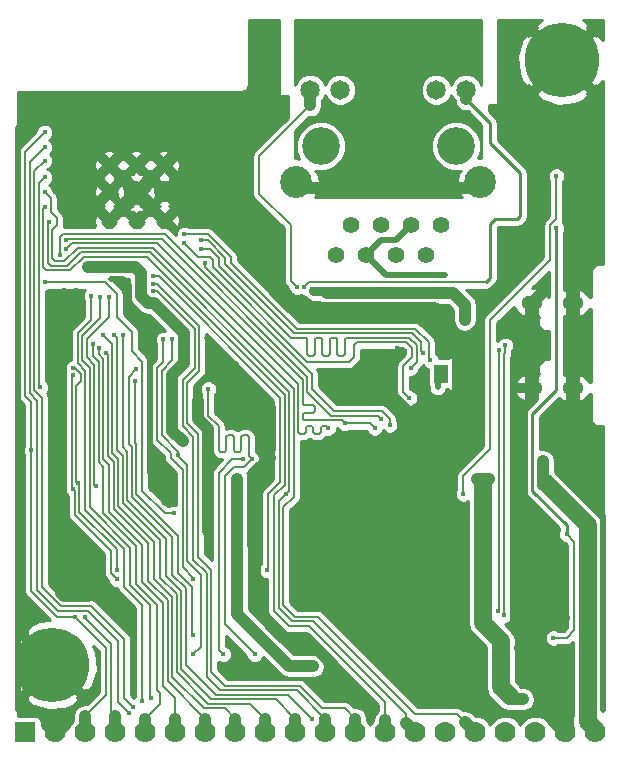
<source format=gbr>
G04 #@! TF.GenerationSoftware,KiCad,Pcbnew,no-vcs-found-097f89d~58~ubuntu14.04.1*
G04 #@! TF.CreationDate,2017-05-03T15:28:10+03:00*
G04 #@! TF.ProjectId,ESP32-GATEWAY_Rev_A,45535033322D474154455741595F5265,B*
G04 #@! TF.FileFunction,Copper,L2,Bot,Mixed*
G04 #@! TF.FilePolarity,Positive*
%FSLAX46Y46*%
G04 Gerber Fmt 4.6, Leading zero omitted, Abs format (unit mm)*
G04 Created by KiCad (PCBNEW no-vcs-found-097f89d~58~ubuntu14.04.1) date Wed May  3 15:28:10 2017*
%MOMM*%
%LPD*%
G01*
G04 APERTURE LIST*
%ADD10C,0.100000*%
%ADD11C,1.200000*%
%ADD12C,6.300000*%
%ADD13R,0.400000X0.400000*%
%ADD14R,1.422400X1.422400*%
%ADD15C,1.300000*%
%ADD16C,2.000000*%
%ADD17C,3.200000*%
%ADD18C,1.650000*%
%ADD19C,2.700000*%
%ADD20C,1.410000*%
%ADD21R,1.168400X1.600200*%
%ADD22O,1.800000X1.200000*%
%ADD23C,1.778000*%
%ADD24R,1.778000X1.778000*%
%ADD25C,0.450000*%
%ADD26C,0.900000*%
%ADD27C,0.750000*%
%ADD28C,0.254000*%
%ADD29C,0.203200*%
%ADD30C,0.508000*%
%ADD31C,1.016000*%
%ADD32C,1.524000*%
%ADD33C,0.762000*%
%ADD34C,1.778000*%
%ADD35C,0.406400*%
G04 APERTURE END LIST*
D10*
D11*
X113919000Y-71120000D03*
X118745000Y-71120000D03*
X117983000Y-72771000D03*
X114681000Y-72898000D03*
X117983000Y-69469000D03*
X114681000Y-69469000D03*
X116332000Y-73533000D03*
X116332000Y-68707000D03*
D12*
X116332000Y-71120000D03*
X73152000Y-122301000D03*
D11*
X73152000Y-119888000D03*
X73152000Y-124714000D03*
X71501000Y-120650000D03*
X74803000Y-120650000D03*
X71501000Y-124079000D03*
X74803000Y-123952000D03*
X75565000Y-122301000D03*
X70739000Y-122301000D03*
D13*
X101249000Y-97544000D03*
X101249000Y-98544000D03*
X100449000Y-99344000D03*
X99449000Y-99344000D03*
X98649000Y-98544000D03*
X98649000Y-97544000D03*
X99449000Y-96744000D03*
X100449000Y-96744000D03*
D14*
X99949000Y-98044000D03*
D15*
X77969600Y-84682800D03*
D16*
X80281000Y-82346000D03*
D15*
X82643200Y-84682800D03*
X77969600Y-79983800D03*
X82643200Y-79983800D03*
X80281000Y-79983800D03*
X80281000Y-84682800D03*
X77969600Y-82219000D03*
X82643200Y-82219000D03*
D17*
X95885000Y-78359000D03*
X107315000Y-78359000D03*
D18*
X105670000Y-73610500D03*
X94990000Y-73610500D03*
D19*
X93800000Y-81409000D03*
X109400000Y-81409000D03*
D18*
X108210000Y-73610500D03*
X97530000Y-73610500D03*
D20*
X97165000Y-87599000D03*
X98435000Y-85059000D03*
X99705000Y-87599000D03*
X100975000Y-85059000D03*
X102245000Y-87599000D03*
X103515000Y-85059000D03*
X104785000Y-87599000D03*
X106055000Y-85059000D03*
D21*
X107569000Y-97663000D03*
X107569000Y-97663000D03*
X106045000Y-97663000D03*
D22*
X117217000Y-91650000D03*
X113747000Y-91650000D03*
X113747000Y-98850000D03*
X117217000Y-98850000D03*
D23*
X111506000Y-128016000D03*
X114046000Y-128016000D03*
X119126000Y-128016000D03*
X116586000Y-128016000D03*
X106426000Y-128016000D03*
X108966000Y-128016000D03*
X103886000Y-128016000D03*
X101346000Y-128016000D03*
X96266000Y-128016000D03*
X98806000Y-128016000D03*
X93726000Y-128016000D03*
X91186000Y-128016000D03*
X86106000Y-128016000D03*
X88646000Y-128016000D03*
X83566000Y-128016000D03*
X81026000Y-128016000D03*
D24*
X70866000Y-128016000D03*
D23*
X73406000Y-128016000D03*
X75946000Y-128016000D03*
X78486000Y-128016000D03*
D25*
X115824000Y-85344000D03*
X116713000Y-111252000D03*
X115570000Y-120015000D03*
X70231000Y-109093000D03*
X70231000Y-112268000D03*
X70231000Y-116332000D03*
X119761000Y-102997000D03*
X119761000Y-105537000D03*
X119761000Y-109728000D03*
X119761000Y-113919000D03*
X119761000Y-118364000D03*
X119761000Y-121920000D03*
D26*
X114300000Y-113411000D03*
X113284000Y-111760000D03*
X114300000Y-111760000D03*
X109347000Y-94107000D03*
X109347000Y-95123000D03*
X109347000Y-96139000D03*
X107315000Y-117094000D03*
X98806000Y-104648000D03*
D25*
X70231000Y-92583000D03*
D26*
X112649000Y-120904000D03*
X112649000Y-105029000D03*
X116586000Y-118364000D03*
X115570000Y-118364000D03*
X103632000Y-121158000D03*
X101092000Y-121158000D03*
X102362000Y-119761000D03*
X101092000Y-118491000D03*
X101092000Y-116967000D03*
X99949000Y-114173000D03*
X97536000Y-114173000D03*
X106172000Y-114173000D03*
X107950000Y-114173000D03*
X102743000Y-112649000D03*
X97917000Y-110871000D03*
X100457000Y-110871000D03*
X105537000Y-110744000D03*
X107569000Y-110744000D03*
X101219000Y-115443000D03*
X104902000Y-115443000D03*
X73914000Y-108458000D03*
X74168000Y-116459000D03*
X86360000Y-108458000D03*
X93853000Y-110998000D03*
X93853000Y-112014000D03*
X93853000Y-113030000D03*
X90170000Y-109982000D03*
X90170000Y-111125000D03*
X75184000Y-116459000D03*
X82804000Y-107442000D03*
X82804000Y-108458000D03*
X102362000Y-122428000D03*
X112649000Y-119253000D03*
X103632000Y-118491000D03*
X103632000Y-111125000D03*
X97409000Y-123444000D03*
X76200000Y-116459000D03*
X93980000Y-120015000D03*
X90170000Y-112141000D03*
X73914000Y-109474000D03*
D25*
X79121000Y-89662000D03*
X78613000Y-89662000D03*
X78105000Y-89662000D03*
D26*
X73914000Y-94361000D03*
X73914000Y-95631000D03*
X73914000Y-101219000D03*
X85979000Y-76073000D03*
X83185000Y-76073000D03*
X80391000Y-76073000D03*
X77089000Y-76073000D03*
X75819000Y-83693000D03*
X75565000Y-81280000D03*
X75565000Y-78105000D03*
X75565000Y-74295000D03*
X78740000Y-74295000D03*
X78740000Y-78105000D03*
X81915000Y-78105000D03*
X81915000Y-74295000D03*
X84455000Y-74295000D03*
X84455000Y-78105000D03*
D25*
X86868000Y-96774000D03*
X89662000Y-98425000D03*
D26*
X85471000Y-99949000D03*
X73914000Y-102108000D03*
X73914000Y-104394000D03*
X75184000Y-90805000D03*
X74168000Y-90805000D03*
D25*
X89662000Y-97917000D03*
X86233000Y-94615000D03*
D26*
X86995000Y-74549000D03*
X72517000Y-74549000D03*
X91059000Y-68199000D03*
X91059000Y-69469000D03*
X91567000Y-104775000D03*
X103124000Y-101981000D03*
X103124000Y-101092000D03*
X106426000Y-95123000D03*
X91694000Y-74676000D03*
X92710000Y-74676000D03*
X91567000Y-88138000D03*
X92456000Y-88138000D03*
D25*
X105918000Y-102235000D03*
X105918000Y-101727000D03*
X105918000Y-101219000D03*
D26*
X94234000Y-91821000D03*
X106426000Y-94107000D03*
D25*
X102362000Y-95504000D03*
X102997000Y-95758000D03*
X95123000Y-126873000D03*
X72517000Y-81026000D03*
X72136000Y-98806000D03*
X80264000Y-97282000D03*
D26*
X113030000Y-125222000D03*
X111887000Y-125222000D03*
X109093000Y-106553000D03*
X110109000Y-106553000D03*
X111125000Y-120269000D03*
X88773000Y-117983000D03*
X95250000Y-122428000D03*
X88773000Y-106553000D03*
X88773000Y-107569000D03*
X88773000Y-113538000D03*
X84201000Y-103378000D03*
D25*
X84074000Y-97028000D03*
D26*
X76200000Y-88646000D03*
D25*
X106426000Y-89281000D03*
X105791000Y-98806000D03*
X77216000Y-91186000D03*
X81534000Y-125095000D03*
X75057000Y-118237000D03*
X71374000Y-104140000D03*
X72517000Y-77216000D03*
X74295000Y-86360000D03*
X97917000Y-101854000D03*
X100457000Y-102235000D03*
X85725000Y-87122000D03*
X103505000Y-97155000D03*
X74295000Y-87122000D03*
X96520000Y-102235000D03*
X77470000Y-94361000D03*
X77724000Y-95885000D03*
X76581000Y-95123000D03*
X77089000Y-95504000D03*
X76454000Y-91059000D03*
X80772000Y-125349000D03*
X78359000Y-94361000D03*
X79121000Y-94361000D03*
D27*
X95250000Y-90678000D03*
D26*
X103505000Y-90805000D03*
D25*
X99314000Y-90805000D03*
D26*
X108077000Y-93091000D03*
D25*
X84328000Y-85852000D03*
X105156000Y-96520000D03*
X85725000Y-86360000D03*
X104521000Y-95885000D03*
X94488000Y-90297000D03*
X93853000Y-90297000D03*
D26*
X103505000Y-68580000D03*
X106680000Y-68580000D03*
X99695000Y-68580000D03*
X96520000Y-68580000D03*
X97790000Y-70485000D03*
X95250000Y-70485000D03*
X105410000Y-70485000D03*
X107950000Y-70485000D03*
X103505000Y-72390000D03*
X99695000Y-72390000D03*
X97155000Y-75565000D03*
X99695000Y-76200000D03*
X103505000Y-76200000D03*
X106045000Y-75565000D03*
X101600000Y-78105000D03*
X101600000Y-74295000D03*
X101600000Y-70485000D03*
X99695000Y-80010000D03*
X103505000Y-80010000D03*
X105410000Y-81915000D03*
X97790000Y-81915000D03*
X101600000Y-81915000D03*
D25*
X103378000Y-99695000D03*
X84328000Y-86614000D03*
X73787000Y-87630000D03*
X100965000Y-101473000D03*
X90297000Y-121412000D03*
X86360000Y-98933000D03*
X90043000Y-104902000D03*
X85090000Y-121412000D03*
X83820000Y-104521000D03*
X83312000Y-94742000D03*
X83439000Y-109474000D03*
X72517000Y-89916000D03*
X85090000Y-115062000D03*
X82550000Y-94742000D03*
X86106000Y-88265000D03*
X101727000Y-101981000D03*
X111379000Y-118110000D03*
X111506000Y-95250000D03*
X110998000Y-95631000D03*
X110871000Y-117729000D03*
X87630000Y-121412000D03*
X89281000Y-104902000D03*
X85090000Y-119761000D03*
X80137000Y-98298000D03*
X72517000Y-82296000D03*
X75946000Y-118237000D03*
X91313000Y-114300000D03*
X81661000Y-89408000D03*
D26*
X114681000Y-107061000D03*
X114681000Y-106045000D03*
X114681000Y-105029000D03*
D25*
X81661000Y-90678000D03*
X81661000Y-90043000D03*
X80010000Y-125857000D03*
X72517000Y-79629000D03*
X79629000Y-126365000D03*
X72517000Y-78486000D03*
X76835000Y-107188000D03*
X77978000Y-91186000D03*
X78613000Y-114300000D03*
X74930000Y-97155000D03*
X75311000Y-106934000D03*
X78613000Y-115062000D03*
X74930000Y-97790000D03*
X74930000Y-107442000D03*
X72517000Y-83566000D03*
X92964000Y-107823000D03*
X107950000Y-107823000D03*
X115824000Y-80899000D03*
X72898000Y-84836000D03*
D28*
X113792000Y-101092000D02*
X115824000Y-99060000D01*
X115824000Y-99060000D02*
X115824000Y-85344000D01*
X116713000Y-111252000D02*
X116713000Y-110490000D01*
X116713000Y-110490000D02*
X113792000Y-107569000D01*
X113792000Y-107569000D02*
X113792000Y-101092000D01*
D29*
X117348000Y-111887000D02*
X117348000Y-119380000D01*
X116713000Y-111252000D02*
X117348000Y-111887000D01*
X115570000Y-120015000D02*
X116713000Y-120015000D01*
X116713000Y-120015000D02*
X117348000Y-119380000D01*
D30*
X119761000Y-121920000D02*
X119761000Y-126111000D01*
X119761000Y-113919000D02*
X119761000Y-109728000D01*
X119761000Y-118364000D02*
X119761000Y-113919000D01*
X119761000Y-121920000D02*
X119761000Y-118364000D01*
D31*
X113747000Y-91650000D02*
X114681000Y-90716000D01*
X114681000Y-90716000D02*
X114681000Y-90297000D01*
X73406000Y-128016000D02*
X73406000Y-126619000D01*
X113284000Y-111760000D02*
X114300000Y-111760000D01*
D32*
X112649000Y-105029000D02*
X112649000Y-100457000D01*
X112649000Y-119253000D02*
X112649000Y-105029000D01*
D31*
X93853000Y-110998000D02*
X98806000Y-106045000D01*
X98806000Y-106045000D02*
X98806000Y-104648000D01*
D32*
X116586000Y-128016000D02*
X116586000Y-125857000D01*
X116586000Y-125857000D02*
X114300000Y-123571000D01*
X114300000Y-123571000D02*
X114300000Y-120015000D01*
D33*
X116586000Y-118364000D02*
X115570000Y-118364000D01*
D31*
X101092000Y-118491000D02*
X101092000Y-116967000D01*
X97917000Y-110871000D02*
X100457000Y-110871000D01*
X105537000Y-110744000D02*
X107569000Y-110744000D01*
D30*
X81407000Y-106045000D02*
X82804000Y-107442000D01*
D33*
X82804000Y-107442000D02*
X82804000Y-108458000D01*
D30*
X81407000Y-106045000D02*
X81407000Y-93726000D01*
D31*
X73914000Y-109474000D02*
X73914000Y-116205000D01*
X73914000Y-116205000D02*
X74168000Y-116459000D01*
X86360000Y-108458000D02*
X86360000Y-102362000D01*
X86360000Y-108458000D02*
X86360000Y-110998000D01*
X75184000Y-116459000D02*
X74168000Y-116459000D01*
X76200000Y-116459000D02*
X75184000Y-116459000D01*
X73914000Y-104394000D02*
X73914000Y-108458000D01*
X73914000Y-108458000D02*
X73914000Y-109474000D01*
D30*
X70231000Y-76835000D02*
X70231000Y-92583000D01*
X70231000Y-92583000D02*
X70231000Y-109093000D01*
X70231000Y-109093000D02*
X70231000Y-112268000D01*
X70231000Y-112268000D02*
X70231000Y-116332000D01*
X70231000Y-116332000D02*
X70231000Y-126111000D01*
X79121000Y-89662000D02*
X78613000Y-89662000D01*
X78613000Y-89662000D02*
X78105000Y-89662000D01*
X79629000Y-91948000D02*
X79629000Y-90170000D01*
X79629000Y-90170000D02*
X79121000Y-89662000D01*
X81407000Y-93726000D02*
X79629000Y-91948000D01*
D31*
X73914000Y-101219000D02*
X73914000Y-102108000D01*
X73914000Y-95631000D02*
X73914000Y-101219000D01*
X85979000Y-76073000D02*
X83185000Y-76073000D01*
X80391000Y-76073000D02*
X77089000Y-76073000D01*
X75565000Y-81280000D02*
X75565000Y-78105000D01*
X75565000Y-74295000D02*
X78740000Y-74295000D01*
X78740000Y-78105000D02*
X81915000Y-78105000D01*
X81915000Y-74295000D02*
X84455000Y-74295000D01*
X86360000Y-102362000D02*
X85471000Y-101473000D01*
X85471000Y-101473000D02*
X85471000Y-99949000D01*
X73914000Y-102108000D02*
X73914000Y-104394000D01*
D30*
X72517000Y-74549000D02*
X70231000Y-76835000D01*
D31*
X91059000Y-69469000D02*
X91059000Y-68199000D01*
X102362000Y-121158000D02*
X103632000Y-121158000D01*
X101219000Y-115443000D02*
X99949000Y-114173000D01*
X104902000Y-115443000D02*
X106172000Y-114173000D01*
X103632000Y-112649000D02*
X102743000Y-112649000D01*
X103505000Y-115443000D02*
X101219000Y-115443000D01*
X103632000Y-111125000D02*
X103124000Y-110617000D01*
X103124000Y-110617000D02*
X103124000Y-109728000D01*
X103632000Y-115443000D02*
X103505000Y-115443000D01*
X103505000Y-115443000D02*
X104902000Y-115443000D01*
X93980000Y-120015000D02*
X92710000Y-120015000D01*
X92710000Y-120015000D02*
X90297000Y-117602000D01*
X93853000Y-110998000D02*
X93853000Y-112014000D01*
X93853000Y-113030000D02*
X93853000Y-112014000D01*
X90170000Y-109982000D02*
X90170000Y-106172000D01*
X90170000Y-106172000D02*
X91567000Y-104775000D01*
X90170000Y-109982000D02*
X90170000Y-111125000D01*
X90170000Y-111125000D02*
X90170000Y-112141000D01*
D32*
X103124000Y-101981000D02*
X103124000Y-109728000D01*
D31*
X102362000Y-122428000D02*
X102362000Y-121158000D01*
X102362000Y-121158000D02*
X102362000Y-119761000D01*
X102362000Y-119761000D02*
X103632000Y-118491000D01*
X103632000Y-118491000D02*
X103632000Y-115443000D01*
X103632000Y-115443000D02*
X103632000Y-112649000D01*
X103632000Y-112649000D02*
X103632000Y-111125000D01*
X97409000Y-123444000D02*
X96901000Y-123444000D01*
X96901000Y-123444000D02*
X97028000Y-123444000D01*
X97028000Y-123444000D02*
X96901000Y-123444000D01*
X90297000Y-112268000D02*
X90297000Y-117602000D01*
X93980000Y-120015000D02*
X94615000Y-120015000D01*
X94615000Y-120015000D02*
X96901000Y-122301000D01*
X96901000Y-122301000D02*
X96901000Y-123444000D01*
X90170000Y-112141000D02*
X90297000Y-112268000D01*
X84455000Y-78105000D02*
X84455000Y-78172000D01*
X84455000Y-78172000D02*
X82643200Y-79983800D01*
D30*
X89662000Y-98425000D02*
X89662000Y-97917000D01*
X91694000Y-100457000D02*
X89662000Y-98425000D01*
X89662000Y-97917000D02*
X88519000Y-96774000D01*
X88519000Y-96774000D02*
X86868000Y-96774000D01*
X86233000Y-94615000D02*
X86868000Y-95250000D01*
X86868000Y-95250000D02*
X86868000Y-96774000D01*
D34*
X91567000Y-88138000D02*
X85648000Y-82219000D01*
X85648000Y-82219000D02*
X82643200Y-82219000D01*
D33*
X91694000Y-104013000D02*
X91694000Y-100457000D01*
X91567000Y-104775000D02*
X91567000Y-104140000D01*
X91567000Y-104140000D02*
X91694000Y-104013000D01*
D30*
X107569000Y-97663000D02*
X107823000Y-97663000D01*
X107823000Y-97663000D02*
X108204000Y-97536000D01*
X108204000Y-97536000D02*
X107823000Y-97663000D01*
D32*
X103124000Y-101092000D02*
X103124000Y-101981000D01*
X99949000Y-98044000D02*
X100076000Y-98044000D01*
X100076000Y-98044000D02*
X103124000Y-101092000D01*
D35*
X105918000Y-101219000D02*
X107823000Y-101219000D01*
X107823000Y-101219000D02*
X107188000Y-101219000D01*
X107188000Y-101219000D02*
X107823000Y-101219000D01*
D34*
X105410000Y-92456000D02*
X106426000Y-93472000D01*
X106426000Y-93472000D02*
X106426000Y-94107000D01*
X107823000Y-95123000D02*
X106426000Y-95123000D01*
X106426000Y-95123000D02*
X106426000Y-94107000D01*
D31*
X92710000Y-74676000D02*
X91694000Y-74676000D01*
D32*
X91567000Y-89916000D02*
X91567000Y-88138000D01*
X94234000Y-91821000D02*
X93472000Y-91821000D01*
X93472000Y-91821000D02*
X91567000Y-89916000D01*
D34*
X107823000Y-101219000D02*
X107823000Y-99568000D01*
X107823000Y-99568000D02*
X107823000Y-97663000D01*
X107823000Y-97663000D02*
X107823000Y-95123000D01*
D28*
X102362000Y-95504000D02*
X102743000Y-95504000D01*
X102743000Y-95504000D02*
X102997000Y-95758000D01*
D34*
X94869000Y-92456000D02*
X105410000Y-92456000D01*
X94234000Y-91821000D02*
X94869000Y-92456000D01*
D29*
X95123000Y-126873000D02*
X93091000Y-124841000D01*
X93091000Y-124841000D02*
X86995000Y-124841000D01*
X86995000Y-124841000D02*
X84455000Y-122301000D01*
X79883000Y-108077000D02*
X79883000Y-103886000D01*
X79883000Y-103886000D02*
X79629000Y-103632000D01*
X79629000Y-103632000D02*
X79629000Y-97917000D01*
X79629000Y-97917000D02*
X80264000Y-97282000D01*
X72009000Y-98552000D02*
X72136000Y-98679000D01*
X72009000Y-81534000D02*
X72009000Y-98552000D01*
X72517000Y-81026000D02*
X72009000Y-81534000D01*
X72136000Y-98679000D02*
X72136000Y-98806000D01*
X83312000Y-111506000D02*
X79883000Y-108077000D01*
X83312000Y-114681000D02*
X83312000Y-111506000D01*
X84455000Y-115824000D02*
X84455000Y-122301000D01*
X83312000Y-114681000D02*
X84455000Y-115824000D01*
D31*
X111887000Y-125222000D02*
X111887000Y-124968000D01*
D32*
X111887000Y-124968000D02*
X111125000Y-124206000D01*
D31*
X109601000Y-106934000D02*
X109601000Y-106553000D01*
X109601000Y-106553000D02*
X109601000Y-106680000D01*
X109601000Y-106680000D02*
X109601000Y-106553000D01*
D32*
X111125000Y-120269000D02*
X109601000Y-118745000D01*
X109601000Y-118745000D02*
X109601000Y-106934000D01*
X111125000Y-124206000D02*
X111125000Y-120269000D01*
D31*
X113030000Y-125222000D02*
X111887000Y-125222000D01*
X109093000Y-106553000D02*
X109601000Y-106553000D01*
X109601000Y-106553000D02*
X110109000Y-106553000D01*
X95250000Y-122428000D02*
X93218000Y-122428000D01*
X93218000Y-122428000D02*
X88773000Y-117983000D01*
X88773000Y-113538000D02*
X88773000Y-117983000D01*
X88773000Y-107569000D02*
X88773000Y-113538000D01*
X88773000Y-106553000D02*
X88773000Y-107569000D01*
X83312000Y-102489000D02*
X84201000Y-103378000D01*
X80137000Y-88646000D02*
X80645000Y-89154000D01*
X80645000Y-89154000D02*
X80645000Y-91059000D01*
X80645000Y-91059000D02*
X81280000Y-91694000D01*
X76200000Y-88646000D02*
X80137000Y-88646000D01*
X81280000Y-91694000D02*
X81788000Y-91694000D01*
X84074000Y-97028000D02*
X83312000Y-97790000D01*
X83312000Y-97790000D02*
X83312000Y-102489000D01*
X84074000Y-97028000D02*
X84328000Y-96774000D01*
X84328000Y-96774000D02*
X84328000Y-94234000D01*
X84328000Y-94234000D02*
X81788000Y-91694000D01*
D30*
X99705000Y-87599000D02*
X101387000Y-89281000D01*
X101387000Y-89281000D02*
X106426000Y-89281000D01*
X103515000Y-85059000D02*
X102214000Y-86360000D01*
X102214000Y-86360000D02*
X100944000Y-86360000D01*
X100944000Y-86360000D02*
X99705000Y-87599000D01*
X105791000Y-98806000D02*
X105791000Y-97917000D01*
X105791000Y-97917000D02*
X106045000Y-97663000D01*
D29*
X81407000Y-124968000D02*
X81534000Y-125095000D01*
X75692000Y-96520000D02*
X76327000Y-97155000D01*
X77216000Y-91186000D02*
X77216000Y-92964000D01*
X75692000Y-96520000D02*
X75692000Y-94488000D01*
X75692000Y-94488000D02*
X77216000Y-92964000D01*
X79756000Y-112395000D02*
X76327000Y-108966000D01*
X79756000Y-115570000D02*
X81407000Y-117221000D01*
X76327000Y-97155000D02*
X76327000Y-108966000D01*
X79756000Y-115570000D02*
X79756000Y-112395000D01*
X81407000Y-117221000D02*
X81407000Y-124968000D01*
X75057000Y-118237000D02*
X73533000Y-118237000D01*
X71374000Y-116078000D02*
X73533000Y-118237000D01*
X71374000Y-116078000D02*
X71374000Y-104140000D01*
X75946000Y-126619000D02*
X77724000Y-124841000D01*
X77724000Y-124841000D02*
X77724000Y-120904000D01*
D31*
X75946000Y-128016000D02*
X75946000Y-126619000D01*
D29*
X75057000Y-118237000D02*
X77724000Y-120904000D01*
X72517000Y-77216000D02*
X70866000Y-78867000D01*
X71374000Y-100076000D02*
X70866000Y-99568000D01*
X71374000Y-104140000D02*
X71374000Y-100076000D01*
X70866000Y-99568000D02*
X70866000Y-78867000D01*
X74295000Y-86360000D02*
X74422000Y-86233000D01*
X74422000Y-86233000D02*
X82423000Y-86233000D01*
X82423000Y-86233000D02*
X94361000Y-98171000D01*
X94361000Y-98171000D02*
X94361000Y-100203000D01*
X95250000Y-100330000D02*
X94488000Y-100330000D01*
X94488000Y-100330000D02*
X94361000Y-100203000D01*
X95377000Y-100457000D02*
X95250000Y-100330000D01*
X95377000Y-100838000D02*
X95377000Y-100457000D01*
X95250000Y-100965000D02*
X95377000Y-100838000D01*
X94488000Y-100965000D02*
X95250000Y-100965000D01*
X94361000Y-101092000D02*
X94361000Y-101473000D01*
X94361000Y-101092000D02*
X94488000Y-100965000D01*
X94361000Y-101473000D02*
X94488000Y-101600000D01*
X94488000Y-101600000D02*
X97663000Y-101600000D01*
X97663000Y-101600000D02*
X97917000Y-101854000D01*
X97917000Y-101854000D02*
X100076000Y-101854000D01*
X100076000Y-101854000D02*
X100457000Y-102235000D01*
X87249000Y-88519000D02*
X93345000Y-94615000D01*
X87249000Y-87884000D02*
X87249000Y-88519000D01*
X86487009Y-87122009D02*
X87249000Y-87884000D01*
X85725000Y-87122000D02*
X86487009Y-87122009D01*
X95250000Y-96139000D02*
X94869000Y-96139000D01*
X104013000Y-96647000D02*
X103505000Y-97155000D01*
X104013000Y-95250000D02*
X104013000Y-96647000D01*
X95377000Y-94742000D02*
X95504000Y-94615000D01*
X95377000Y-96012000D02*
X95377000Y-94742000D01*
X103378000Y-94615000D02*
X104013000Y-95250000D01*
X95250000Y-96139000D02*
X95377000Y-96012000D01*
X95885000Y-94615000D02*
X96012000Y-94742000D01*
X95504000Y-94615000D02*
X95885000Y-94615000D01*
X96012000Y-94742000D02*
X96012000Y-96012000D01*
X96012000Y-96012000D02*
X96139000Y-96139000D01*
X96139000Y-96139000D02*
X96520000Y-96139000D01*
X96520000Y-96139000D02*
X96647000Y-96012000D01*
X96647000Y-94742000D02*
X96774000Y-94615000D01*
X96647000Y-96012000D02*
X96647000Y-94742000D01*
X97155000Y-94615000D02*
X97282000Y-94742000D01*
X96774000Y-94615000D02*
X97155000Y-94615000D01*
X97282000Y-94742000D02*
X97282000Y-96012000D01*
X97282000Y-96012000D02*
X97409000Y-96139000D01*
X97409000Y-96139000D02*
X97790000Y-96139000D01*
X97790000Y-96139000D02*
X97917000Y-96012000D01*
X97917000Y-94742000D02*
X98044000Y-94615000D01*
X97917000Y-96012000D02*
X97917000Y-94742000D01*
X98044000Y-94615000D02*
X103378000Y-94615000D01*
X94615000Y-94615000D02*
X93345000Y-94615000D01*
X94742000Y-94742000D02*
X94615000Y-94615000D01*
X94742000Y-96012000D02*
X94742000Y-94742000D01*
X94869000Y-96139000D02*
X94742000Y-96012000D01*
X74295000Y-87122000D02*
X74803000Y-86614000D01*
X74803000Y-86614000D02*
X82042000Y-86614000D01*
X82042000Y-86614000D02*
X93980000Y-98552000D01*
X96012000Y-102108000D02*
X96393000Y-102108000D01*
X95885000Y-102616000D02*
X95885000Y-102235000D01*
X95885000Y-102235000D02*
X96012000Y-102108000D01*
X95758000Y-102743000D02*
X95885000Y-102616000D01*
X95377000Y-102743000D02*
X95758000Y-102743000D01*
X95250000Y-102616000D02*
X95377000Y-102743000D01*
X95250000Y-102235000D02*
X95250000Y-102616000D01*
X94742000Y-102108000D02*
X95123000Y-102108000D01*
X95123000Y-102108000D02*
X95250000Y-102235000D01*
X93980000Y-102616000D02*
X94107000Y-102743000D01*
X93980000Y-98552000D02*
X93980000Y-102616000D01*
X94615000Y-102616000D02*
X94615000Y-102235000D01*
X94107000Y-102743000D02*
X94488000Y-102743000D01*
X94488000Y-102743000D02*
X94615000Y-102616000D01*
X94615000Y-102235000D02*
X94742000Y-102108000D01*
X96393000Y-102108000D02*
X96520000Y-102235000D01*
X88646000Y-126873000D02*
X87757000Y-125984000D01*
X87757000Y-125984000D02*
X85979000Y-125984000D01*
X85979000Y-125984000D02*
X83312000Y-123317000D01*
D31*
X88646000Y-128016000D02*
X88646000Y-126873000D01*
D29*
X81788000Y-115062000D02*
X83312000Y-116586000D01*
X81788000Y-115062000D02*
X81788000Y-111887000D01*
X78740000Y-108839000D02*
X81788000Y-111887000D01*
X78232000Y-95123000D02*
X78232000Y-104394000D01*
X78232000Y-104394000D02*
X78740000Y-104902000D01*
X78740000Y-104902000D02*
X78740000Y-108839000D01*
X83312000Y-116586000D02*
X83312000Y-123317000D01*
X77470000Y-94361000D02*
X78232000Y-95123000D01*
X86106000Y-126873000D02*
X82931000Y-123698000D01*
D31*
X86106000Y-128016000D02*
X86106000Y-126873000D01*
D29*
X82931000Y-116840000D02*
X82931000Y-123698000D01*
X81280000Y-115189000D02*
X82931000Y-116840000D01*
X77851000Y-96012000D02*
X77851000Y-104648000D01*
X77851000Y-104648000D02*
X78359000Y-105156000D01*
X78359000Y-105156000D02*
X78359000Y-109093000D01*
X81280000Y-112014000D02*
X78359000Y-109093000D01*
X81280000Y-115189000D02*
X81280000Y-112014000D01*
X77851000Y-96012000D02*
X77724000Y-95885000D01*
X81026000Y-126873000D02*
X82296000Y-125603000D01*
X82296000Y-125603000D02*
X82296000Y-124714000D01*
X82296000Y-124714000D02*
X82042000Y-124460000D01*
D31*
X81026000Y-128016000D02*
X81026000Y-126873000D01*
D29*
X82042000Y-117221000D02*
X82042000Y-124460000D01*
X80264000Y-115443000D02*
X82042000Y-117221000D01*
X80264000Y-112268000D02*
X77470000Y-109474000D01*
X77089000Y-96647000D02*
X77089000Y-105156000D01*
X77089000Y-105156000D02*
X77470000Y-105537000D01*
X77470000Y-105537000D02*
X77470000Y-109474000D01*
X80264000Y-115443000D02*
X80264000Y-112268000D01*
X76581000Y-96139000D02*
X77089000Y-96647000D01*
X76581000Y-95123000D02*
X76581000Y-96139000D01*
X83566000Y-126873000D02*
X83566000Y-125095000D01*
X83566000Y-125095000D02*
X82550000Y-124079000D01*
D31*
X83566000Y-128016000D02*
X83566000Y-126873000D01*
D29*
X77978000Y-109347000D02*
X77978000Y-105410000D01*
X77978000Y-105410000D02*
X77470000Y-104902000D01*
X77470000Y-104902000D02*
X77470000Y-96393000D01*
X80772000Y-115316000D02*
X80772000Y-112141000D01*
X82550000Y-124079000D02*
X82550000Y-117094000D01*
X80772000Y-112141000D02*
X77978000Y-109347000D01*
X82550000Y-117094000D02*
X80772000Y-115316000D01*
X77470000Y-96393000D02*
X77089000Y-96012000D01*
X77089000Y-96012000D02*
X77089000Y-95504000D01*
X80772000Y-117221000D02*
X80772000Y-125349000D01*
X76454000Y-91059000D02*
X76454000Y-93091000D01*
X75946000Y-109220000D02*
X75946000Y-97409000D01*
X75311000Y-96774000D02*
X75946000Y-97409000D01*
X75311000Y-94234000D02*
X75311000Y-96774000D01*
X76454000Y-93091000D02*
X75311000Y-94234000D01*
X79248000Y-112522000D02*
X79248000Y-115697000D01*
X75946000Y-109220000D02*
X79248000Y-112522000D01*
X79248000Y-115697000D02*
X80772000Y-117221000D01*
X91186000Y-126873000D02*
X89916000Y-125603000D01*
X89916000Y-125603000D02*
X86360000Y-125603000D01*
X86360000Y-125603000D02*
X83693000Y-122936000D01*
D31*
X91186000Y-128016000D02*
X91186000Y-126873000D01*
D29*
X82296000Y-114935000D02*
X83693000Y-116332000D01*
X82296000Y-114935000D02*
X82296000Y-111760000D01*
X83693000Y-116332000D02*
X83693000Y-122936000D01*
X78613000Y-94615000D02*
X78613000Y-104140000D01*
X78613000Y-104140000D02*
X79121000Y-104648000D01*
X79121000Y-104648000D02*
X79121000Y-108585000D01*
X82296000Y-111760000D02*
X79121000Y-108585000D01*
X78359000Y-94361000D02*
X78613000Y-94615000D01*
X93726000Y-126873000D02*
X92075000Y-125222000D01*
X92075000Y-125222000D02*
X86614000Y-125222000D01*
D31*
X93726000Y-128016000D02*
X93726000Y-126873000D01*
D29*
X86614000Y-125222000D02*
X84074000Y-122682000D01*
X79121000Y-103886000D02*
X79121000Y-94361000D01*
X82804000Y-114808000D02*
X82804000Y-111633000D01*
X79502000Y-108331000D02*
X82804000Y-111633000D01*
X82804000Y-114808000D02*
X84074000Y-116078000D01*
X84074000Y-116078000D02*
X84074000Y-122682000D01*
X79121000Y-103886000D02*
X79502000Y-104267000D01*
X79502000Y-104267000D02*
X79502000Y-108331000D01*
D33*
X96393000Y-90805000D02*
X96266000Y-90678000D01*
X96266000Y-90678000D02*
X95250000Y-90678000D01*
D31*
X108077000Y-93091000D02*
X108077000Y-91821000D01*
X108077000Y-91821000D02*
X107061000Y-90805000D01*
X107061000Y-90805000D02*
X103505000Y-90805000D01*
X103505000Y-90805000D02*
X99314000Y-90805000D01*
X99314000Y-90805000D02*
X96393000Y-90805000D01*
X96393000Y-90805000D02*
X96520000Y-90805000D01*
D29*
X88265000Y-87757000D02*
X88265000Y-88265000D01*
X88265000Y-88265000D02*
X93853000Y-93853000D01*
X84328000Y-85852000D02*
X86360000Y-85852000D01*
X86360000Y-85852000D02*
X88265000Y-87757000D01*
X105156000Y-96520000D02*
X105029000Y-96393000D01*
X105029000Y-96393000D02*
X105029000Y-94996000D01*
X103886000Y-93853000D02*
X105029000Y-94996000D01*
X93853000Y-93853000D02*
X103886000Y-93853000D01*
X85725000Y-86360000D02*
X86297198Y-86360000D01*
X86297198Y-86360000D02*
X87757000Y-87819802D01*
X87757000Y-87819802D02*
X87757000Y-88392000D01*
X87757000Y-88392000D02*
X93599000Y-94234000D01*
X104521000Y-95885000D02*
X104394000Y-95758000D01*
X104394000Y-95758000D02*
X104394000Y-94996000D01*
X103632000Y-94234000D02*
X104394000Y-94996000D01*
X93599000Y-94234000D02*
X103632000Y-94234000D01*
D28*
X112776000Y-84328000D02*
X112522000Y-84582000D01*
X112776000Y-80645000D02*
X112776000Y-84328000D01*
X110236000Y-78105000D02*
X112776000Y-80645000D01*
X110236000Y-76454000D02*
X110236000Y-78105000D01*
X108210000Y-74428000D02*
X110236000Y-76454000D01*
D29*
X109855000Y-89916000D02*
X94869000Y-89916000D01*
X94869000Y-89916000D02*
X94488000Y-90297000D01*
D28*
X110236000Y-89535000D02*
X110236000Y-84963000D01*
X109855000Y-89916000D02*
X110236000Y-89535000D01*
X110617000Y-84582000D02*
X110236000Y-84963000D01*
X112522000Y-84582000D02*
X110617000Y-84582000D01*
D31*
X108210000Y-73610500D02*
X108210000Y-74428000D01*
D29*
X93345000Y-85090000D02*
X90678000Y-82423000D01*
X90678000Y-82423000D02*
X90678000Y-79248000D01*
X90678000Y-79248000D02*
X94990000Y-74936000D01*
D31*
X94990000Y-74936000D02*
X94990000Y-73610500D01*
D29*
X93853000Y-90297000D02*
X93853000Y-90297000D01*
X93853000Y-90297000D02*
X93345000Y-89789000D01*
X93345000Y-89789000D02*
X93345000Y-85090000D01*
D31*
X93800000Y-81409000D02*
X94306000Y-81915000D01*
X94306000Y-81915000D02*
X97790000Y-81915000D01*
X101600000Y-70485000D02*
X103505000Y-68580000D01*
X103505000Y-68580000D02*
X106680000Y-68580000D01*
X99695000Y-68580000D02*
X96520000Y-68580000D01*
X97790000Y-70485000D02*
X95250000Y-70485000D01*
X105410000Y-70485000D02*
X107950000Y-70485000D01*
X103505000Y-72390000D02*
X103505000Y-76200000D01*
X99695000Y-72390000D02*
X99695000Y-76200000D01*
X99695000Y-76200000D02*
X103505000Y-76200000D01*
X101600000Y-78105000D02*
X101600000Y-74295000D01*
X99695000Y-80010000D02*
X103505000Y-80010000D01*
X105410000Y-81915000D02*
X108894000Y-81915000D01*
X108894000Y-81915000D02*
X109400000Y-81409000D01*
X97790000Y-81915000D02*
X101600000Y-81915000D01*
D29*
X86741000Y-88646000D02*
X94742000Y-96647000D01*
X86741000Y-88011000D02*
X86741000Y-88646000D01*
X86487000Y-87757000D02*
X86741000Y-88011000D01*
X85471000Y-87757000D02*
X86487000Y-87757000D01*
X98298000Y-96647000D02*
X98679000Y-96266000D01*
X102870000Y-97028000D02*
X102870000Y-99187000D01*
X103632000Y-95504000D02*
X103632000Y-96266000D01*
X103124000Y-94996000D02*
X103632000Y-95504000D01*
X94742000Y-96647000D02*
X98298000Y-96647000D01*
X102870000Y-99187000D02*
X103378000Y-99695000D01*
X103632000Y-96266000D02*
X102870000Y-97028000D01*
X98933000Y-94996000D02*
X103124000Y-94996000D01*
X98679000Y-95250000D02*
X98933000Y-94996000D01*
X98679000Y-96266000D02*
X98679000Y-95250000D01*
X84328000Y-86614000D02*
X85471000Y-87757000D01*
X73787000Y-87630000D02*
X73787000Y-86106000D01*
X73787000Y-86106000D02*
X74041000Y-85852000D01*
X74041000Y-85852000D02*
X82677000Y-85852000D01*
X82677000Y-85852000D02*
X94742000Y-97917000D01*
X96774000Y-101219000D02*
X100711000Y-101219000D01*
X94742000Y-97917000D02*
X94742000Y-99187000D01*
X94742000Y-99187000D02*
X96774000Y-101219000D01*
X100711000Y-101219000D02*
X100965000Y-101473000D01*
X90043000Y-104902000D02*
X89408000Y-105537000D01*
X88519000Y-105537000D02*
X89408000Y-105537000D01*
X87757000Y-106299000D02*
X88519000Y-105537000D01*
X87757000Y-106299000D02*
X87757000Y-118872000D01*
X87757000Y-118872000D02*
X90297000Y-121412000D01*
X88646000Y-104267000D02*
X89027000Y-104267000D01*
X87757000Y-104267000D02*
X87884000Y-104140000D01*
X87884000Y-104140000D02*
X87884000Y-102997000D01*
X87884000Y-102997000D02*
X88011000Y-102870000D01*
X88011000Y-102870000D02*
X88392000Y-102870000D01*
X88392000Y-102870000D02*
X88519000Y-102997000D01*
X88519000Y-102997000D02*
X88519000Y-104140000D01*
X88519000Y-104140000D02*
X88646000Y-104267000D01*
X86360000Y-101219000D02*
X87249000Y-102108000D01*
X86360000Y-101219000D02*
X86360000Y-98933000D01*
X87249000Y-104140000D02*
X87376000Y-104267000D01*
X87249000Y-102108000D02*
X87249000Y-104140000D01*
X87376000Y-104267000D02*
X87757000Y-104267000D01*
X89789000Y-104648000D02*
X90043000Y-104902000D01*
X89789000Y-102997000D02*
X89789000Y-104648000D01*
X89662000Y-102870000D02*
X89789000Y-102997000D01*
X89281000Y-102870000D02*
X89662000Y-102870000D01*
X89154000Y-102997000D02*
X89281000Y-102870000D01*
X89154000Y-104140000D02*
X89154000Y-102997000D01*
X89027000Y-104267000D02*
X89154000Y-104140000D01*
X85725000Y-120777000D02*
X85090000Y-121412000D01*
X85725000Y-114681000D02*
X85725000Y-120777000D01*
X84582000Y-113538000D02*
X85725000Y-114681000D01*
X84582000Y-105410000D02*
X84582000Y-113538000D01*
X83820000Y-104648000D02*
X84582000Y-105410000D01*
X83820000Y-104648000D02*
X83820000Y-104521000D01*
X82423000Y-102870000D02*
X83820000Y-104267000D01*
X83820000Y-104267000D02*
X83820000Y-104521000D01*
X82423000Y-97409000D02*
X82423000Y-102870000D01*
X83312000Y-96520000D02*
X82423000Y-97409000D01*
X83312000Y-94742000D02*
X83312000Y-96520000D01*
X80772000Y-96647000D02*
X80772000Y-107569000D01*
X80772000Y-107569000D02*
X82677000Y-109474000D01*
X82677000Y-109474000D02*
X83439000Y-109474000D01*
X78613000Y-92837000D02*
X79883000Y-94107000D01*
X79883000Y-94107000D02*
X79883000Y-95758000D01*
X79883000Y-95758000D02*
X80772000Y-96647000D01*
X72517000Y-89916000D02*
X77597000Y-89916000D01*
X77597000Y-89916000D02*
X78613000Y-90932000D01*
X78613000Y-90932000D02*
X78613000Y-92837000D01*
X84201000Y-105791000D02*
X83185000Y-104775000D01*
X85090000Y-115062000D02*
X85090000Y-114935000D01*
X85090000Y-114935000D02*
X84201000Y-114046000D01*
X84201000Y-114046000D02*
X84201000Y-105791000D01*
X82042000Y-97155000D02*
X82550000Y-96647000D01*
X82550000Y-96647000D02*
X82550000Y-94742000D01*
X83185000Y-104775000D02*
X83185000Y-104394000D01*
X83185000Y-104394000D02*
X82042000Y-103251000D01*
X82042000Y-103251000D02*
X82042000Y-97155000D01*
X86106000Y-88265000D02*
X86106000Y-88646000D01*
X86106000Y-88646000D02*
X95123000Y-97663000D01*
X95123000Y-97663000D02*
X95123000Y-98933000D01*
X95123000Y-98933000D02*
X97028000Y-100838000D01*
X97028000Y-100838000D02*
X101092000Y-100838000D01*
X101092000Y-100838000D02*
X101727000Y-101473000D01*
X101727000Y-101473000D02*
X101727000Y-101981000D01*
X111379000Y-118110000D02*
X111379000Y-96012000D01*
X111506000Y-95885000D02*
X111506000Y-95250000D01*
X111379000Y-96012000D02*
X111506000Y-95885000D01*
X110871000Y-117729000D02*
X110998000Y-117602000D01*
X110998000Y-117602000D02*
X110998000Y-95631000D01*
X87249000Y-121031000D02*
X87630000Y-121412000D01*
X87249000Y-106045000D02*
X87249000Y-121031000D01*
X87249000Y-106045000D02*
X88392000Y-104902000D01*
X88392000Y-104902000D02*
X89281000Y-104902000D01*
X83820000Y-111379000D02*
X83820000Y-114554000D01*
X83820000Y-114554000D02*
X84963000Y-115697000D01*
X84963000Y-115697000D02*
X84963000Y-119634000D01*
X84963000Y-119634000D02*
X85090000Y-119761000D01*
X80264000Y-107823000D02*
X83820000Y-111379000D01*
X80137000Y-98298000D02*
X80137000Y-103505000D01*
X80137000Y-103505000D02*
X80264000Y-103632000D01*
X80264000Y-103632000D02*
X80264000Y-107823000D01*
X74168000Y-88137998D02*
X75310998Y-86995000D01*
X75310998Y-86995000D02*
X81661000Y-86995000D01*
X81661000Y-86995000D02*
X93599000Y-98933000D01*
X108077000Y-127127000D02*
X107442000Y-126492000D01*
X107442000Y-126492000D02*
X103886000Y-126492000D01*
D31*
X108966000Y-128016000D02*
X108077000Y-127127000D01*
D29*
X92710000Y-117221000D02*
X93726000Y-118237000D01*
X92710000Y-108966000D02*
X92710000Y-117221000D01*
X93599000Y-108077000D02*
X93599000Y-98933000D01*
X93599000Y-108077000D02*
X92710000Y-108966000D01*
X95631000Y-118237000D02*
X103886000Y-126492000D01*
X93726000Y-118237000D02*
X95631000Y-118237000D01*
X73152000Y-87884000D02*
X73405998Y-88137998D01*
X73025000Y-82804000D02*
X73025000Y-83947000D01*
X73025000Y-83947000D02*
X73533000Y-84455000D01*
X73533000Y-84455000D02*
X73533000Y-85090000D01*
X73533000Y-85090000D02*
X73152002Y-85470998D01*
X73152002Y-85470998D02*
X73152000Y-87884000D01*
X72517000Y-82296000D02*
X73025000Y-82804000D01*
X73405998Y-88137998D02*
X74168000Y-88137998D01*
X74168000Y-88137998D02*
X74168004Y-88137998D01*
X75946000Y-118237000D02*
X75946000Y-118364000D01*
X78105000Y-126238000D02*
X78105000Y-120523000D01*
X78486000Y-126619000D02*
X78105000Y-126238000D01*
X91313000Y-114300000D02*
X91440000Y-114173000D01*
X91440000Y-114173000D02*
X91440000Y-107823000D01*
X92456000Y-99695000D02*
X92456000Y-106807000D01*
X92456000Y-106807000D02*
X91440000Y-107823000D01*
X81661000Y-89408000D02*
X82169000Y-89408000D01*
X82169000Y-89408000D02*
X92456000Y-99695000D01*
X75946000Y-118364000D02*
X78105000Y-120523000D01*
D31*
X78486000Y-128016000D02*
X78486000Y-126619000D01*
X78486000Y-126619000D02*
X78486000Y-126619000D01*
D32*
X118491000Y-110490000D02*
X114935000Y-106934000D01*
D31*
X114935000Y-106934000D02*
X114681000Y-106680000D01*
X114681000Y-107061000D02*
X114681000Y-106045000D01*
X114681000Y-105029000D02*
X114681000Y-106045000D01*
D32*
X119126000Y-128016000D02*
X119126000Y-127762000D01*
X118491000Y-127127000D02*
X118491000Y-110490000D01*
X119126000Y-127762000D02*
X118491000Y-127127000D01*
D29*
X96266000Y-126873000D02*
X93853000Y-124460000D01*
X93853000Y-124460000D02*
X87376000Y-124460000D01*
X86233000Y-123317000D02*
X87376000Y-124460000D01*
D31*
X96266000Y-128016000D02*
X96266000Y-126873000D01*
D29*
X86233000Y-114554000D02*
X86233000Y-123317000D01*
X85090000Y-113411000D02*
X86233000Y-114554000D01*
X85090000Y-102997000D02*
X85090000Y-113411000D01*
X84201000Y-98171000D02*
X84201000Y-102108000D01*
X85217000Y-97155000D02*
X84201000Y-98171000D01*
X84201000Y-102108000D02*
X85090000Y-102997000D01*
X85217000Y-93853000D02*
X85217000Y-97155000D01*
X82042000Y-90678000D02*
X85217000Y-93853000D01*
X81661000Y-90678000D02*
X82042000Y-90678000D01*
X98806000Y-126873000D02*
X97917000Y-125984000D01*
X97917000Y-125984000D02*
X96012000Y-125984000D01*
X96012000Y-125984000D02*
X94107000Y-124079000D01*
X94107000Y-124079000D02*
X87757000Y-124079000D01*
X86614000Y-122936000D02*
X87757000Y-124079000D01*
D31*
X98806000Y-128016000D02*
X98806000Y-126873000D01*
D29*
X86614000Y-114300000D02*
X86614000Y-122936000D01*
X85471000Y-113157000D02*
X86614000Y-114300000D01*
X85471000Y-102743000D02*
X85471000Y-113157000D01*
X84582000Y-101854000D02*
X85471000Y-102743000D01*
X84582000Y-98425000D02*
X84582000Y-101854000D01*
X85598000Y-97409000D02*
X84582000Y-98425000D01*
X85598000Y-93629828D02*
X85598000Y-97409000D01*
X82011172Y-90043000D02*
X85598000Y-93629828D01*
X81661000Y-90043000D02*
X82011172Y-90043000D01*
X79248000Y-120142000D02*
X79248000Y-125095000D01*
X79248000Y-125095000D02*
X80010000Y-125857000D01*
X72263000Y-115697000D02*
X73914000Y-117348000D01*
X73914000Y-117348000D02*
X76454000Y-117348000D01*
X76454000Y-117348000D02*
X79248000Y-120142000D01*
X72263000Y-99695000D02*
X72263000Y-115697000D01*
X71628000Y-99060000D02*
X72263000Y-99695000D01*
X71628000Y-80518000D02*
X71628000Y-99060000D01*
X72517000Y-79629000D02*
X71628000Y-80518000D01*
X78740000Y-120269000D02*
X78740000Y-125476000D01*
X78740000Y-125476000D02*
X79629000Y-126365000D01*
X71882000Y-115951000D02*
X73660000Y-117729000D01*
X73660000Y-117729000D02*
X76200000Y-117729000D01*
X76200000Y-117729000D02*
X78740000Y-120269000D01*
X71882000Y-99949000D02*
X71882000Y-115951000D01*
X71247000Y-99314000D02*
X71882000Y-99949000D01*
X71247000Y-79756000D02*
X71247000Y-99314000D01*
X72517000Y-78486000D02*
X71247000Y-79756000D01*
X76708000Y-96901000D02*
X76708000Y-107061000D01*
X76073000Y-96266000D02*
X76708000Y-96901000D01*
X76073000Y-94742000D02*
X76073000Y-96266000D01*
X77978000Y-92837000D02*
X76073000Y-94742000D01*
X77978000Y-91186000D02*
X77978000Y-92837000D01*
X76708000Y-107061000D02*
X76835000Y-107188000D01*
X78613000Y-112522000D02*
X78613000Y-114300000D01*
X75438000Y-109347000D02*
X78613000Y-112522000D01*
X75438000Y-109347000D02*
X75438000Y-107061000D01*
X75438000Y-107061000D02*
X75311000Y-106934000D01*
X75184000Y-106807000D02*
X75311000Y-106934000D01*
X75184000Y-98679000D02*
X75184000Y-106807000D01*
X75565000Y-98298000D02*
X75184000Y-98679000D01*
X75565000Y-97663000D02*
X75565000Y-98298000D01*
X75057000Y-97155000D02*
X75565000Y-97663000D01*
X74930000Y-97155000D02*
X75057000Y-97155000D01*
X78105000Y-112649000D02*
X78105000Y-114554000D01*
X75057000Y-109601000D02*
X78105000Y-112649000D01*
X75057000Y-107569000D02*
X75057000Y-109601000D01*
X74930000Y-107442000D02*
X75057000Y-107569000D01*
X78105000Y-114554000D02*
X78613000Y-115062000D01*
X74803000Y-107315000D02*
X74930000Y-107442000D01*
X74803000Y-97917000D02*
X74803000Y-107315000D01*
X74930000Y-97790000D02*
X74803000Y-97917000D01*
X101346000Y-127000000D02*
X101346000Y-125476000D01*
D31*
X101346000Y-128016000D02*
X101346000Y-127000000D01*
D29*
X91948000Y-117729000D02*
X93218000Y-118999000D01*
X91948000Y-107950000D02*
X91948000Y-117729000D01*
X92837000Y-107061000D02*
X92837000Y-99441000D01*
X81153000Y-87757000D02*
X92837000Y-99441000D01*
X75819000Y-87757000D02*
X81153000Y-87757000D01*
X72644000Y-88900000D02*
X74676000Y-88900000D01*
X72390000Y-88646000D02*
X72644000Y-88900000D01*
X74676000Y-88900000D02*
X75819000Y-87757000D01*
X72390000Y-83693000D02*
X72390000Y-88646000D01*
X72517000Y-83566000D02*
X72390000Y-83693000D01*
X92837000Y-107061000D02*
X91948000Y-107950000D01*
X94869000Y-118999000D02*
X101346000Y-125476000D01*
X93218000Y-118999000D02*
X94869000Y-118999000D01*
X103124000Y-127254000D02*
X103124000Y-126492000D01*
D31*
X103886000Y-128016000D02*
X103124000Y-127254000D01*
D29*
X110236000Y-93091000D02*
X115316000Y-88011000D01*
X115316000Y-88011000D02*
X115316000Y-85090000D01*
X93218000Y-99187000D02*
X93218000Y-107569000D01*
X93218000Y-107569000D02*
X92964000Y-107823000D01*
X92964000Y-107823000D02*
X92329000Y-108458000D01*
X107950000Y-106299000D02*
X107950000Y-107823000D01*
X110236000Y-93091000D02*
X110236000Y-104013000D01*
X110236000Y-104013000D02*
X107950000Y-106299000D01*
X115824000Y-80899000D02*
X115824000Y-84582000D01*
X115824000Y-84582000D02*
X115316000Y-85090000D01*
X92329000Y-117475000D02*
X93472000Y-118618000D01*
X92329000Y-108458000D02*
X92329000Y-117475000D01*
X75565000Y-87376000D02*
X81407000Y-87376000D01*
X73025000Y-88519000D02*
X74422000Y-88519000D01*
X81407000Y-87376000D02*
X93218000Y-99187000D01*
X74422000Y-88519000D02*
X75565000Y-87376000D01*
X72771000Y-88265000D02*
X73025000Y-88519000D01*
X72771000Y-84963000D02*
X72771000Y-88265000D01*
X72898000Y-84836000D02*
X72771000Y-84963000D01*
X95250000Y-118618000D02*
X103124000Y-126492000D01*
X93472000Y-118618000D02*
X95250000Y-118618000D01*
D28*
G36*
X92329000Y-74041000D02*
X92338667Y-74089601D01*
X92366197Y-74130803D01*
X92407399Y-74158333D01*
X92456000Y-74168000D01*
X93091000Y-74168000D01*
X93091000Y-75972896D01*
X90246948Y-78816948D01*
X90114803Y-79014716D01*
X90068400Y-79248000D01*
X90068400Y-82423000D01*
X90114803Y-82656284D01*
X90246948Y-82854052D01*
X92735400Y-85342505D01*
X92735400Y-89789000D01*
X92781803Y-90022284D01*
X92913948Y-90220052D01*
X93119887Y-90425992D01*
X93119873Y-90442163D01*
X93231231Y-90711669D01*
X93437247Y-90918045D01*
X93706558Y-91029872D01*
X93998163Y-91030127D01*
X94170591Y-90958881D01*
X94341558Y-91029872D01*
X94436521Y-91029955D01*
X94445683Y-91043667D01*
X94500993Y-91177526D01*
X94604220Y-91280933D01*
X94621382Y-91306618D01*
X94646843Y-91323631D01*
X94749168Y-91426134D01*
X94884108Y-91482166D01*
X94909794Y-91499329D01*
X94939828Y-91505303D01*
X95073590Y-91560846D01*
X95219704Y-91560974D01*
X95250000Y-91567000D01*
X95739802Y-91567000D01*
X96004194Y-91743662D01*
X96393000Y-91821000D01*
X106640160Y-91821000D01*
X107061000Y-92241841D01*
X107061000Y-93091000D01*
X107138338Y-93479806D01*
X107358580Y-93809420D01*
X107688194Y-94029662D01*
X108077000Y-94107000D01*
X108465806Y-94029662D01*
X108795420Y-93809420D01*
X109015662Y-93479806D01*
X109093000Y-93091000D01*
X109093000Y-91821000D01*
X109028194Y-91495197D01*
X109015662Y-91432193D01*
X108795421Y-91102580D01*
X108218440Y-90525600D01*
X109727304Y-90525600D01*
X109855000Y-90551000D01*
X110098004Y-90502664D01*
X110304013Y-90365013D01*
X110685013Y-89984013D01*
X110822664Y-89778005D01*
X110871000Y-89535000D01*
X110871000Y-85226026D01*
X110880026Y-85217000D01*
X112522000Y-85217000D01*
X112765004Y-85168664D01*
X112971013Y-85031013D01*
X113225013Y-84777013D01*
X113362664Y-84571004D01*
X113411000Y-84328000D01*
X113411000Y-80645000D01*
X113375667Y-80467365D01*
X113362664Y-80401995D01*
X113307339Y-80319197D01*
X113225013Y-80195987D01*
X113225010Y-80195985D01*
X110871000Y-77841974D01*
X110871000Y-76454005D01*
X110871001Y-76454000D01*
X110822664Y-76210996D01*
X110685013Y-76004987D01*
X110109000Y-75428974D01*
X110109000Y-74930000D01*
X110744000Y-74930000D01*
X110792601Y-74920333D01*
X110833803Y-74892803D01*
X110861333Y-74851601D01*
X110871000Y-74803000D01*
X110871000Y-74071016D01*
X114099404Y-74071016D01*
X114494366Y-74513548D01*
X115932902Y-74958461D01*
X117432197Y-74819004D01*
X118169634Y-74513548D01*
X118564596Y-74071016D01*
X118435074Y-73941494D01*
X118459118Y-73936711D01*
X118519526Y-73731791D01*
X117983000Y-73195264D01*
X117835922Y-73342342D01*
X117538502Y-73044922D01*
X117579838Y-73003586D01*
X117452994Y-72876742D01*
X117558736Y-72771000D01*
X117022209Y-72234474D01*
X116817289Y-72294882D01*
X116812610Y-72319030D01*
X116332000Y-71838420D01*
X115843922Y-72326498D01*
X115802586Y-72285162D01*
X115707039Y-72380709D01*
X115641791Y-72361474D01*
X115105264Y-72898000D01*
X115147506Y-72940242D01*
X115084162Y-73003586D01*
X115125498Y-73044922D01*
X114764578Y-73405842D01*
X114681000Y-73322264D01*
X114144474Y-73858791D01*
X114182531Y-73987889D01*
X114099404Y-74071016D01*
X110871000Y-74071016D01*
X110871000Y-70720902D01*
X112493539Y-70720902D01*
X112632996Y-72220197D01*
X112938452Y-72957634D01*
X113380984Y-73352596D01*
X113489436Y-73244144D01*
X113515289Y-73374118D01*
X113720209Y-73434526D01*
X114256736Y-72898000D01*
X114095516Y-72736780D01*
X114519780Y-72312516D01*
X114681000Y-72473736D01*
X115217526Y-71937209D01*
X115157118Y-71732289D01*
X115095838Y-71720414D01*
X115166838Y-71649414D01*
X115125502Y-71608078D01*
X115613580Y-71120000D01*
X115133074Y-70639494D01*
X115157118Y-70634711D01*
X115217526Y-70429791D01*
X114681000Y-69893264D01*
X114575258Y-69999006D01*
X114448414Y-69872162D01*
X114407078Y-69913498D01*
X114109658Y-69616078D01*
X114256736Y-69469000D01*
X113720209Y-68932474D01*
X113515289Y-68992882D01*
X113510610Y-69017030D01*
X113380984Y-68887404D01*
X112938452Y-69282366D01*
X112493539Y-70720902D01*
X110871000Y-70720902D01*
X110871000Y-67691000D01*
X114579955Y-67691000D01*
X114494366Y-67726452D01*
X114099404Y-68168984D01*
X114228926Y-68298506D01*
X114204882Y-68303289D01*
X114144474Y-68508209D01*
X114681000Y-69044736D01*
X114828078Y-68897658D01*
X115125498Y-69195078D01*
X115084162Y-69236414D01*
X115211006Y-69363258D01*
X115105264Y-69469000D01*
X115641791Y-70005526D01*
X115846711Y-69945118D01*
X115851390Y-69920970D01*
X116332000Y-70401580D01*
X116812506Y-69921074D01*
X116817289Y-69945118D01*
X117022209Y-70005526D01*
X117558736Y-69469000D01*
X117452994Y-69363258D01*
X117579838Y-69236414D01*
X117538502Y-69195078D01*
X117835922Y-68897658D01*
X117983000Y-69044736D01*
X118519526Y-68508209D01*
X118459118Y-68303289D01*
X118434970Y-68298610D01*
X118564596Y-68168984D01*
X118169634Y-67726452D01*
X118055007Y-67691000D01*
X119761000Y-67691000D01*
X119761000Y-69367955D01*
X119725548Y-69282366D01*
X119283016Y-68887404D01*
X119153494Y-69016926D01*
X119148711Y-68992882D01*
X118943791Y-68932474D01*
X118407264Y-69469000D01*
X118554342Y-69616078D01*
X118256922Y-69913498D01*
X118215586Y-69872162D01*
X118088742Y-69999006D01*
X117983000Y-69893264D01*
X117446474Y-70429791D01*
X117506882Y-70634711D01*
X117531030Y-70639390D01*
X117050420Y-71120000D01*
X117530926Y-71600506D01*
X117506882Y-71605289D01*
X117446474Y-71810209D01*
X117983000Y-72346736D01*
X118088742Y-72240994D01*
X118215586Y-72367838D01*
X118256922Y-72326502D01*
X118554342Y-72623922D01*
X118407264Y-72771000D01*
X118943791Y-73307526D01*
X119148711Y-73247118D01*
X119153390Y-73222970D01*
X119283016Y-73352596D01*
X119725548Y-72957634D01*
X119761000Y-72843007D01*
X119761000Y-88392000D01*
X119380000Y-88392000D01*
X119136996Y-88440336D01*
X118930987Y-88577987D01*
X118793336Y-88783996D01*
X118745000Y-89027000D01*
X118745000Y-91141998D01*
X118636759Y-91141998D01*
X118581956Y-91061675D01*
X118275749Y-90698917D01*
X117854029Y-90480953D01*
X117667000Y-90601373D01*
X117667000Y-91350000D01*
X117745000Y-91350000D01*
X117745000Y-91950000D01*
X117667000Y-91950000D01*
X117667000Y-92698627D01*
X117854029Y-92819047D01*
X118275749Y-92601083D01*
X118581956Y-92238325D01*
X118636759Y-92158002D01*
X118745000Y-92158002D01*
X118745000Y-98341998D01*
X118636759Y-98341998D01*
X118581956Y-98261675D01*
X118275749Y-97898917D01*
X117854029Y-97680953D01*
X117667000Y-97801373D01*
X117667000Y-98550000D01*
X117745000Y-98550000D01*
X117745000Y-99150000D01*
X117667000Y-99150000D01*
X117667000Y-99898627D01*
X117854029Y-100019047D01*
X118275749Y-99801083D01*
X118581956Y-99438325D01*
X118636759Y-99358002D01*
X118745000Y-99358002D01*
X118745000Y-101473000D01*
X118793336Y-101716004D01*
X118930987Y-101922013D01*
X119136996Y-102059664D01*
X119380000Y-102108000D01*
X119761000Y-102108000D01*
X119761000Y-110490000D01*
X119664327Y-110003992D01*
X119389026Y-109591974D01*
X119389023Y-109591972D01*
X115833026Y-106035974D01*
X115697000Y-105945085D01*
X115697000Y-105029000D01*
X115619662Y-104640194D01*
X115399420Y-104310580D01*
X115069806Y-104090338D01*
X114681000Y-104013000D01*
X114427000Y-104063524D01*
X114427000Y-101355026D01*
X116077091Y-99704935D01*
X116158251Y-99801083D01*
X116579971Y-100019047D01*
X116767000Y-99898627D01*
X116767000Y-99150000D01*
X116689000Y-99150000D01*
X116689000Y-98550000D01*
X116767000Y-98550000D01*
X116767000Y-97801373D01*
X116579971Y-97680953D01*
X116459000Y-97743476D01*
X116459000Y-92756524D01*
X116579971Y-92819047D01*
X116767000Y-92698627D01*
X116767000Y-91950000D01*
X116689000Y-91950000D01*
X116689000Y-91350000D01*
X116767000Y-91350000D01*
X116767000Y-90601373D01*
X116579971Y-90480953D01*
X116459000Y-90543476D01*
X116459000Y-85726145D01*
X116556872Y-85490442D01*
X116557127Y-85198837D01*
X116445769Y-84929331D01*
X116365033Y-84848454D01*
X116387197Y-84815284D01*
X116433600Y-84582000D01*
X116433600Y-81326178D01*
X116445045Y-81314753D01*
X116556872Y-81045442D01*
X116557127Y-80753837D01*
X116445769Y-80484331D01*
X116239753Y-80277955D01*
X115970442Y-80166128D01*
X115678837Y-80165873D01*
X115409331Y-80277231D01*
X115202955Y-80483247D01*
X115091128Y-80752558D01*
X115090873Y-81044163D01*
X115202231Y-81313669D01*
X115214400Y-81325859D01*
X115214400Y-84329495D01*
X114884949Y-84658947D01*
X114884948Y-84658948D01*
X114752803Y-84856716D01*
X114706400Y-85090000D01*
X114706400Y-87758496D01*
X109804948Y-92659948D01*
X109672803Y-92857716D01*
X109626400Y-93091000D01*
X109626400Y-103760496D01*
X107518948Y-105867948D01*
X107386803Y-106065716D01*
X107340400Y-106299000D01*
X107340400Y-107395822D01*
X107328955Y-107407247D01*
X107217128Y-107676558D01*
X107216873Y-107968163D01*
X107328231Y-108237669D01*
X107534247Y-108444045D01*
X107803558Y-108555872D01*
X108095163Y-108556127D01*
X108331000Y-108458681D01*
X108331000Y-118744995D01*
X108330999Y-118745000D01*
X108427673Y-119231008D01*
X108702974Y-119643026D01*
X109855000Y-120795051D01*
X109855000Y-124205995D01*
X109854999Y-124206000D01*
X109951673Y-124692008D01*
X110226974Y-125104026D01*
X110988975Y-125866026D01*
X111400992Y-126141327D01*
X111498194Y-126160662D01*
X111539986Y-126168975D01*
X111887000Y-126238001D01*
X111887005Y-126238000D01*
X113030000Y-126238000D01*
X113418806Y-126160662D01*
X113748420Y-125940420D01*
X113968662Y-125610806D01*
X114046000Y-125222000D01*
X113968662Y-124833194D01*
X113748420Y-124503580D01*
X113418806Y-124283338D01*
X113030000Y-124206000D01*
X112875915Y-124206000D01*
X112785026Y-124069975D01*
X112395000Y-123679948D01*
X112395000Y-120269000D01*
X112298327Y-119782992D01*
X112023026Y-119370974D01*
X112023023Y-119370972D01*
X111495153Y-118843102D01*
X111524163Y-118843127D01*
X111793669Y-118731769D01*
X112000045Y-118525753D01*
X112111872Y-118256442D01*
X112112127Y-117964837D01*
X112000769Y-117695331D01*
X111988600Y-117683141D01*
X111988600Y-99333716D01*
X112310671Y-99333716D01*
X112382044Y-99438325D01*
X112688251Y-99801083D01*
X113109971Y-100019047D01*
X113297000Y-99898627D01*
X113297000Y-99150000D01*
X112413407Y-99150000D01*
X112310671Y-99333716D01*
X111988600Y-99333716D01*
X111988600Y-98366284D01*
X112310671Y-98366284D01*
X112413407Y-98550000D01*
X113297000Y-98550000D01*
X113297000Y-97801373D01*
X113109971Y-97680953D01*
X112688251Y-97898917D01*
X112382044Y-98261675D01*
X112310671Y-98366284D01*
X111988600Y-98366284D01*
X111988600Y-96238905D01*
X112069197Y-96118284D01*
X112070129Y-96113599D01*
X112115600Y-95885000D01*
X112115600Y-95677178D01*
X112127045Y-95665753D01*
X112238872Y-95396442D01*
X112239127Y-95104837D01*
X112127769Y-94835331D01*
X111921753Y-94628955D01*
X111652442Y-94517128D01*
X111360837Y-94516873D01*
X111091331Y-94628231D01*
X110884955Y-94834247D01*
X110858533Y-94897878D01*
X110852837Y-94897873D01*
X110845600Y-94900863D01*
X110845600Y-93343504D01*
X112212000Y-91977104D01*
X112212000Y-92158002D01*
X112327241Y-92158002D01*
X112382044Y-92238325D01*
X112688251Y-92601083D01*
X113109971Y-92819047D01*
X113297000Y-92698627D01*
X113297000Y-91950000D01*
X113219000Y-91950000D01*
X113219000Y-91350000D01*
X113297000Y-91350000D01*
X113297000Y-91122000D01*
X114197000Y-91122000D01*
X114197000Y-91350000D01*
X114275000Y-91350000D01*
X114275000Y-91950000D01*
X114197000Y-91950000D01*
X114197000Y-92698627D01*
X114373794Y-92812457D01*
X114259140Y-93088574D01*
X114258860Y-93410016D01*
X114381611Y-93707097D01*
X114608707Y-93934590D01*
X114905574Y-94057860D01*
X115189000Y-94058107D01*
X115189000Y-96442106D01*
X114906984Y-96441860D01*
X114609903Y-96564611D01*
X114382410Y-96791707D01*
X114259140Y-97088574D01*
X114258860Y-97410016D01*
X114373587Y-97687676D01*
X114197000Y-97801373D01*
X114197000Y-98550000D01*
X114275000Y-98550000D01*
X114275000Y-99150000D01*
X114197000Y-99150000D01*
X114197000Y-99788974D01*
X113342987Y-100642987D01*
X113205336Y-100848996D01*
X113157000Y-101092000D01*
X113157000Y-107569000D01*
X113205336Y-107812004D01*
X113342987Y-108018013D01*
X116078000Y-110753026D01*
X116078000Y-110869855D01*
X115980128Y-111105558D01*
X115979873Y-111397163D01*
X116091231Y-111666669D01*
X116297247Y-111873045D01*
X116566558Y-111984872D01*
X116583783Y-111984887D01*
X116738400Y-112139505D01*
X116738400Y-119127495D01*
X116460496Y-119405400D01*
X115997178Y-119405400D01*
X115985753Y-119393955D01*
X115716442Y-119282128D01*
X115424837Y-119281873D01*
X115155331Y-119393231D01*
X114948955Y-119599247D01*
X114837128Y-119868558D01*
X114836873Y-120160163D01*
X114948231Y-120429669D01*
X115154247Y-120636045D01*
X115423558Y-120747872D01*
X115715163Y-120748127D01*
X115984669Y-120636769D01*
X115996859Y-120624600D01*
X116713000Y-120624600D01*
X116946284Y-120578197D01*
X117144052Y-120446052D01*
X117221000Y-120369104D01*
X117221000Y-126662577D01*
X117177396Y-126706181D01*
X117101559Y-126550166D01*
X116501364Y-126464450D01*
X116070441Y-126550166D01*
X115965230Y-126766612D01*
X116586000Y-127387382D01*
X116645044Y-127328339D01*
X117273662Y-127956957D01*
X117214618Y-128016000D01*
X117273662Y-128075044D01*
X116697705Y-128651000D01*
X116592382Y-128651000D01*
X116586000Y-128644618D01*
X116579618Y-128651000D01*
X116474295Y-128651000D01*
X115898339Y-128075044D01*
X115957382Y-128016000D01*
X115336612Y-127395230D01*
X115307006Y-127409621D01*
X115231010Y-127225697D01*
X114838370Y-126832371D01*
X114325100Y-126619243D01*
X113769339Y-126618758D01*
X113255697Y-126830990D01*
X112862371Y-127223630D01*
X112776051Y-127431512D01*
X112691010Y-127225697D01*
X112298370Y-126832371D01*
X111785100Y-126619243D01*
X111229339Y-126618758D01*
X110715697Y-126830990D01*
X110322371Y-127223630D01*
X110236051Y-127431512D01*
X110151010Y-127225697D01*
X109758370Y-126832371D01*
X109245100Y-126619243D01*
X109005874Y-126619034D01*
X108795420Y-126408580D01*
X108465807Y-126188338D01*
X108077000Y-126111001D01*
X107948638Y-126136533D01*
X107873052Y-126060948D01*
X107675284Y-125928803D01*
X107442000Y-125882400D01*
X104138504Y-125882400D01*
X96062052Y-117805948D01*
X95864284Y-117673803D01*
X95631000Y-117627400D01*
X93978504Y-117627400D01*
X93319600Y-116968496D01*
X93319600Y-109218504D01*
X94030052Y-108508052D01*
X94162197Y-108310284D01*
X94208600Y-108077000D01*
X94208600Y-103352600D01*
X94488000Y-103352600D01*
X94721284Y-103306197D01*
X94919052Y-103174052D01*
X94932500Y-103160604D01*
X94945948Y-103174052D01*
X95143716Y-103306197D01*
X95377000Y-103352600D01*
X95758000Y-103352600D01*
X95991284Y-103306197D01*
X96189052Y-103174052D01*
X96316052Y-103047052D01*
X96369958Y-102966377D01*
X96373558Y-102967872D01*
X96665163Y-102968127D01*
X96934669Y-102856769D01*
X97141045Y-102650753D01*
X97252872Y-102381442D01*
X97253022Y-102209600D01*
X97270824Y-102209600D01*
X97295231Y-102268669D01*
X97501247Y-102475045D01*
X97770558Y-102586872D01*
X98062163Y-102587127D01*
X98331669Y-102475769D01*
X98343859Y-102463600D01*
X99758349Y-102463600D01*
X99835231Y-102649669D01*
X100041247Y-102856045D01*
X100310558Y-102967872D01*
X100602163Y-102968127D01*
X100871669Y-102856769D01*
X101078045Y-102650753D01*
X101160835Y-102451370D01*
X101311247Y-102602045D01*
X101580558Y-102713872D01*
X101872163Y-102714127D01*
X102141669Y-102602769D01*
X102348045Y-102396753D01*
X102459872Y-102127442D01*
X102460127Y-101835837D01*
X102348769Y-101566331D01*
X102336600Y-101554141D01*
X102336600Y-101473000D01*
X102290197Y-101239716D01*
X102210959Y-101121128D01*
X102158053Y-101041948D01*
X101523052Y-100406948D01*
X101325284Y-100274803D01*
X101092000Y-100228400D01*
X97280504Y-100228400D01*
X95732600Y-98680496D01*
X95732600Y-97663000D01*
X95686197Y-97429716D01*
X95684491Y-97427163D01*
X95570525Y-97256600D01*
X98298000Y-97256600D01*
X98531284Y-97210197D01*
X98729052Y-97078052D01*
X99110052Y-96697053D01*
X99242197Y-96499284D01*
X99253382Y-96443052D01*
X99288600Y-96266000D01*
X99288600Y-95605600D01*
X102871496Y-95605600D01*
X103022400Y-95756505D01*
X103022400Y-96013496D01*
X102438948Y-96596948D01*
X102306803Y-96794716D01*
X102260400Y-97028000D01*
X102260400Y-99187000D01*
X102306803Y-99420284D01*
X102438948Y-99618052D01*
X102644887Y-99823992D01*
X102644873Y-99840163D01*
X102756231Y-100109669D01*
X102962247Y-100316045D01*
X103231558Y-100427872D01*
X103523163Y-100428127D01*
X103792669Y-100316769D01*
X103999045Y-100110753D01*
X104110872Y-99841442D01*
X104111127Y-99549837D01*
X103999769Y-99280331D01*
X103793753Y-99073955D01*
X103524442Y-98962128D01*
X103507217Y-98962113D01*
X103479600Y-98934496D01*
X103479600Y-97887978D01*
X103650163Y-97888127D01*
X103919669Y-97776769D01*
X104126045Y-97570753D01*
X104237872Y-97301442D01*
X104237887Y-97284218D01*
X104444052Y-97078053D01*
X104537602Y-96938046D01*
X104740247Y-97141045D01*
X104942848Y-97225172D01*
X104942848Y-98463100D01*
X104982275Y-98661312D01*
X105029000Y-98731241D01*
X105029000Y-98806000D01*
X105057873Y-98951154D01*
X105057873Y-98951163D01*
X105057876Y-98951171D01*
X105087004Y-99097605D01*
X105169228Y-99220661D01*
X105169231Y-99220669D01*
X105169237Y-99220675D01*
X105252185Y-99344815D01*
X105375240Y-99427038D01*
X105375247Y-99427045D01*
X105375256Y-99427049D01*
X105499395Y-99509996D01*
X105644552Y-99538870D01*
X105644558Y-99538872D01*
X105644564Y-99538872D01*
X105791000Y-99568000D01*
X105936154Y-99539127D01*
X105936163Y-99539127D01*
X105936171Y-99539124D01*
X106082605Y-99509996D01*
X106205661Y-99427772D01*
X106205669Y-99427769D01*
X106205675Y-99427763D01*
X106329815Y-99344815D01*
X106412038Y-99221760D01*
X106412045Y-99221753D01*
X106412049Y-99221744D01*
X106494996Y-99097605D01*
X106518180Y-98981052D01*
X106604727Y-98981052D01*
X106625102Y-99001427D01*
X106858491Y-99098100D01*
X107118150Y-99098100D01*
X107276900Y-98939350D01*
X107276900Y-98063050D01*
X107861100Y-98063050D01*
X107861100Y-98939350D01*
X108019850Y-99098100D01*
X108279509Y-99098100D01*
X108512898Y-99001427D01*
X108691527Y-98822799D01*
X108788200Y-98589410D01*
X108788200Y-98221800D01*
X108629450Y-98063050D01*
X107861100Y-98063050D01*
X107276900Y-98063050D01*
X107147152Y-98063050D01*
X107147152Y-97262950D01*
X107276900Y-97262950D01*
X107276900Y-96386650D01*
X107861100Y-96386650D01*
X107861100Y-97262950D01*
X108629450Y-97262950D01*
X108788200Y-97104200D01*
X108788200Y-96736590D01*
X108691527Y-96503201D01*
X108512898Y-96324573D01*
X108279509Y-96227900D01*
X108019850Y-96227900D01*
X107861100Y-96386650D01*
X107276900Y-96386650D01*
X107118150Y-96227900D01*
X106858491Y-96227900D01*
X106625102Y-96324573D01*
X106604727Y-96344948D01*
X105876777Y-96344948D01*
X105777769Y-96105331D01*
X105638600Y-95965919D01*
X105638600Y-94996000D01*
X105592197Y-94762716D01*
X105460052Y-94564948D01*
X104317052Y-93421948D01*
X104119284Y-93289803D01*
X103886000Y-93243400D01*
X94105505Y-93243400D01*
X88874600Y-88012496D01*
X88874600Y-87757000D01*
X88828197Y-87523716D01*
X88696052Y-87325948D01*
X86791052Y-85420948D01*
X86593284Y-85288803D01*
X86360000Y-85242400D01*
X84755178Y-85242400D01*
X84743753Y-85230955D01*
X84474442Y-85119128D01*
X84182837Y-85118873D01*
X83913331Y-85230231D01*
X83706955Y-85436247D01*
X83595128Y-85705558D01*
X83594951Y-85907847D01*
X83108052Y-85420948D01*
X82910284Y-85288803D01*
X82759614Y-85258833D01*
X82643200Y-85142419D01*
X82543219Y-85242400D01*
X82456095Y-85242400D01*
X82040038Y-84826343D01*
X82183581Y-84682800D01*
X83102819Y-84682800D01*
X83654084Y-85234065D01*
X83861056Y-85165902D01*
X83953228Y-84663075D01*
X83861056Y-84199698D01*
X83654084Y-84131535D01*
X83102819Y-84682800D01*
X82183581Y-84682800D01*
X81632316Y-84131535D01*
X81462100Y-84187593D01*
X81291884Y-84131535D01*
X80740619Y-84682800D01*
X80884162Y-84826343D01*
X80468105Y-85242400D01*
X80380981Y-85242400D01*
X80281000Y-85142419D01*
X80181019Y-85242400D01*
X80093895Y-85242400D01*
X79677838Y-84826343D01*
X79821381Y-84682800D01*
X79270116Y-84131535D01*
X79125300Y-84179228D01*
X78980484Y-84131535D01*
X78429219Y-84682800D01*
X78572762Y-84826343D01*
X78156705Y-85242400D01*
X78069581Y-85242400D01*
X77969600Y-85142419D01*
X77869619Y-85242400D01*
X77782495Y-85242400D01*
X77366438Y-84826343D01*
X77509981Y-84682800D01*
X76958716Y-84131535D01*
X76751744Y-84199698D01*
X76659572Y-84702525D01*
X76751744Y-85165902D01*
X76764029Y-85169948D01*
X76691577Y-85242400D01*
X74112286Y-85242400D01*
X74142600Y-85090000D01*
X74142600Y-84455000D01*
X74096197Y-84221716D01*
X74073514Y-84187769D01*
X73964052Y-84023947D01*
X73634600Y-83694496D01*
X73634600Y-83229884D01*
X77418335Y-83229884D01*
X77486498Y-83436856D01*
X77559984Y-83450327D01*
X77486498Y-83464944D01*
X77418335Y-83671916D01*
X77969600Y-84223181D01*
X78487018Y-83705763D01*
X79628344Y-83705763D01*
X79750764Y-83926458D01*
X80018566Y-83960747D01*
X80281000Y-84223181D01*
X80519741Y-83984440D01*
X80811236Y-83926458D01*
X80933656Y-83705763D01*
X80799097Y-83571204D01*
X80764102Y-83464944D01*
X80676841Y-83448948D01*
X80457777Y-83229884D01*
X82091935Y-83229884D01*
X82160098Y-83436856D01*
X82233584Y-83450327D01*
X82160098Y-83464944D01*
X82091935Y-83671916D01*
X82643200Y-84223181D01*
X83194465Y-83671916D01*
X83126302Y-83464944D01*
X83052816Y-83451473D01*
X83126302Y-83436856D01*
X83194465Y-83229884D01*
X82643200Y-82678619D01*
X82091935Y-83229884D01*
X80457777Y-83229884D01*
X80281000Y-83053107D01*
X79886858Y-83447249D01*
X79797898Y-83464944D01*
X79762903Y-83571204D01*
X79628344Y-83705763D01*
X78487018Y-83705763D01*
X78520865Y-83671916D01*
X78452702Y-83464944D01*
X78379216Y-83451473D01*
X78452702Y-83436856D01*
X78520865Y-83229884D01*
X77969600Y-82678619D01*
X77418335Y-83229884D01*
X73634600Y-83229884D01*
X73634600Y-82804000D01*
X73588197Y-82570716D01*
X73539205Y-82497394D01*
X73456052Y-82372947D01*
X73321830Y-82238725D01*
X76659572Y-82238725D01*
X76751744Y-82702102D01*
X76958716Y-82770265D01*
X77509981Y-82219000D01*
X78429219Y-82219000D01*
X78623976Y-82413757D01*
X78617935Y-82460941D01*
X78700542Y-82876236D01*
X78921237Y-82998656D01*
X79573893Y-82346000D01*
X80988107Y-82346000D01*
X81640763Y-82998656D01*
X81861458Y-82876236D01*
X81910666Y-82491915D01*
X82183581Y-82219000D01*
X83102819Y-82219000D01*
X83654084Y-82770265D01*
X83861056Y-82702102D01*
X83953228Y-82199275D01*
X83861056Y-81735898D01*
X83654084Y-81667735D01*
X83102819Y-82219000D01*
X82183581Y-82219000D01*
X81881598Y-81917017D01*
X81861458Y-81815764D01*
X81679303Y-81714722D01*
X81632316Y-81667735D01*
X81425344Y-81735898D01*
X81386544Y-81947563D01*
X80988107Y-82346000D01*
X79573893Y-82346000D01*
X79242993Y-82015100D01*
X79187456Y-81735898D01*
X78980484Y-81667735D01*
X78938056Y-81710163D01*
X78921237Y-81693344D01*
X78700542Y-81815764D01*
X78681172Y-81967047D01*
X78429219Y-82219000D01*
X77509981Y-82219000D01*
X76958716Y-81667735D01*
X76751744Y-81735898D01*
X76659572Y-82238725D01*
X73321830Y-82238725D01*
X73250113Y-82167008D01*
X73250127Y-82150837D01*
X73138769Y-81881331D01*
X72932753Y-81674955D01*
X72899396Y-81661104D01*
X72931669Y-81647769D01*
X73138045Y-81441753D01*
X73249872Y-81172442D01*
X73250027Y-80994684D01*
X77418335Y-80994684D01*
X77453480Y-81101400D01*
X77418335Y-81208116D01*
X77969600Y-81759381D01*
X78520865Y-81208116D01*
X78485720Y-81101400D01*
X78520865Y-80994684D01*
X78512418Y-80986237D01*
X79628344Y-80986237D01*
X79775376Y-81133269D01*
X79797898Y-81201656D01*
X79854057Y-81211950D01*
X80281000Y-81638893D01*
X80706848Y-81213045D01*
X80764102Y-81201656D01*
X80786624Y-81133269D01*
X80925209Y-80994684D01*
X82091935Y-80994684D01*
X82127080Y-81101400D01*
X82091935Y-81208116D01*
X82643200Y-81759381D01*
X83194465Y-81208116D01*
X83159320Y-81101400D01*
X83194465Y-80994684D01*
X82643200Y-80443419D01*
X82091935Y-80994684D01*
X80925209Y-80994684D01*
X80933656Y-80986237D01*
X80811236Y-80765542D01*
X80572564Y-80734983D01*
X80281000Y-80443419D01*
X80010552Y-80713867D01*
X79750764Y-80765542D01*
X79628344Y-80986237D01*
X78512418Y-80986237D01*
X77969600Y-80443419D01*
X77418335Y-80994684D01*
X73250027Y-80994684D01*
X73250127Y-80880837D01*
X73138769Y-80611331D01*
X72932753Y-80404955D01*
X72746093Y-80327448D01*
X72931669Y-80250769D01*
X73138045Y-80044753D01*
X73155164Y-80003525D01*
X76659572Y-80003525D01*
X76751744Y-80466902D01*
X76958716Y-80535065D01*
X77509981Y-79983800D01*
X78429219Y-79983800D01*
X78980484Y-80535065D01*
X79125300Y-80487372D01*
X79270116Y-80535065D01*
X79821381Y-79983800D01*
X80740619Y-79983800D01*
X81291884Y-80535065D01*
X81462100Y-80479007D01*
X81632316Y-80535065D01*
X82183581Y-79983800D01*
X83102819Y-79983800D01*
X83654084Y-80535065D01*
X83861056Y-80466902D01*
X83953228Y-79964075D01*
X83861056Y-79500698D01*
X83654084Y-79432535D01*
X83102819Y-79983800D01*
X82183581Y-79983800D01*
X81632316Y-79432535D01*
X81462100Y-79488593D01*
X81291884Y-79432535D01*
X80740619Y-79983800D01*
X79821381Y-79983800D01*
X79270116Y-79432535D01*
X79125300Y-79480228D01*
X78980484Y-79432535D01*
X78429219Y-79983800D01*
X77509981Y-79983800D01*
X76958716Y-79432535D01*
X76751744Y-79500698D01*
X76659572Y-80003525D01*
X73155164Y-80003525D01*
X73249872Y-79775442D01*
X73250127Y-79483837D01*
X73138769Y-79214331D01*
X72982119Y-79057407D01*
X73066757Y-78972916D01*
X77418335Y-78972916D01*
X77969600Y-79524181D01*
X78520865Y-78972916D01*
X79729735Y-78972916D01*
X80281000Y-79524181D01*
X80832265Y-78972916D01*
X82091935Y-78972916D01*
X82643200Y-79524181D01*
X83194465Y-78972916D01*
X83126302Y-78765944D01*
X82623475Y-78673772D01*
X82160098Y-78765944D01*
X82091935Y-78972916D01*
X80832265Y-78972916D01*
X80764102Y-78765944D01*
X80261275Y-78673772D01*
X79797898Y-78765944D01*
X79729735Y-78972916D01*
X78520865Y-78972916D01*
X78452702Y-78765944D01*
X77949875Y-78673772D01*
X77486498Y-78765944D01*
X77418335Y-78972916D01*
X73066757Y-78972916D01*
X73138045Y-78901753D01*
X73249872Y-78632442D01*
X73250127Y-78340837D01*
X73138769Y-78071331D01*
X72932753Y-77864955D01*
X72899396Y-77851104D01*
X72931669Y-77837769D01*
X73138045Y-77631753D01*
X73249872Y-77362442D01*
X73250127Y-77070837D01*
X73138769Y-76801331D01*
X72932753Y-76594955D01*
X72663442Y-76483128D01*
X72371837Y-76482873D01*
X72102331Y-76594231D01*
X71895955Y-76800247D01*
X71784128Y-77069558D01*
X71784113Y-77086782D01*
X70434948Y-78435948D01*
X70302803Y-78633716D01*
X70256400Y-78867000D01*
X70256400Y-99568000D01*
X70302803Y-99801284D01*
X70434948Y-99999052D01*
X70764400Y-100328505D01*
X70764400Y-103712822D01*
X70752955Y-103724247D01*
X70641128Y-103993558D01*
X70640873Y-104285163D01*
X70752231Y-104554669D01*
X70764400Y-104566859D01*
X70764400Y-116078000D01*
X70810803Y-116311284D01*
X70942948Y-116509052D01*
X72952147Y-118518251D01*
X72051803Y-118601996D01*
X71314366Y-118907452D01*
X70919404Y-119349984D01*
X71048926Y-119479506D01*
X71024882Y-119484289D01*
X70964474Y-119689209D01*
X71501000Y-120225736D01*
X71648078Y-120078658D01*
X71945498Y-120376078D01*
X71904162Y-120417414D01*
X72031006Y-120544258D01*
X71925264Y-120650000D01*
X72461791Y-121186526D01*
X72666711Y-121126118D01*
X72671390Y-121101970D01*
X73152000Y-121582580D01*
X73166143Y-121568438D01*
X73884563Y-122286858D01*
X73870420Y-122301000D01*
X74350926Y-122781506D01*
X74326882Y-122786289D01*
X74266474Y-122991209D01*
X74803000Y-123527736D01*
X74908742Y-123421994D01*
X75035586Y-123548838D01*
X75076922Y-123507502D01*
X75374342Y-123804922D01*
X75227264Y-123952000D01*
X75763791Y-124488526D01*
X75968711Y-124428118D01*
X75973390Y-124403970D01*
X76103016Y-124533596D01*
X76545548Y-124138634D01*
X76990461Y-122700098D01*
X76851004Y-121200803D01*
X76633432Y-120675537D01*
X77114400Y-121156505D01*
X77114400Y-124588496D01*
X76074363Y-125628533D01*
X75946000Y-125603000D01*
X75557194Y-125680338D01*
X75227580Y-125900580D01*
X75007338Y-126230194D01*
X74930000Y-126619000D01*
X74930000Y-127056293D01*
X74762371Y-127223630D01*
X74685116Y-127409680D01*
X74655388Y-127395230D01*
X74034618Y-128016000D01*
X74093662Y-128075044D01*
X73517705Y-128651000D01*
X73412382Y-128651000D01*
X73406000Y-128644618D01*
X73399618Y-128651000D01*
X73294295Y-128651000D01*
X72718339Y-128075044D01*
X72777382Y-128016000D01*
X72272952Y-127511570D01*
X72272952Y-127127000D01*
X72233525Y-126928788D01*
X72125162Y-126766612D01*
X72785230Y-126766612D01*
X73406000Y-127387382D01*
X74026770Y-126766612D01*
X73921559Y-126550166D01*
X73321364Y-126464450D01*
X72890441Y-126550166D01*
X72785230Y-126766612D01*
X72125162Y-126766612D01*
X72121247Y-126760753D01*
X71953212Y-126648475D01*
X71755000Y-126609048D01*
X70231000Y-126609048D01*
X70231000Y-125252016D01*
X70919404Y-125252016D01*
X71314366Y-125694548D01*
X72752902Y-126139461D01*
X74252197Y-126000004D01*
X74989634Y-125694548D01*
X75384596Y-125252016D01*
X75255074Y-125122494D01*
X75279118Y-125117711D01*
X75339526Y-124912791D01*
X74803000Y-124376264D01*
X74655922Y-124523342D01*
X74358502Y-124225922D01*
X74399838Y-124184586D01*
X74272994Y-124057742D01*
X74378736Y-123952000D01*
X73842209Y-123415474D01*
X73637289Y-123475882D01*
X73632610Y-123500030D01*
X73152000Y-123019420D01*
X72663922Y-123507498D01*
X72622586Y-123466162D01*
X72527039Y-123561709D01*
X72461791Y-123542474D01*
X71925264Y-124079000D01*
X71967506Y-124121242D01*
X71904162Y-124184586D01*
X71945498Y-124225922D01*
X71584578Y-124586842D01*
X71501000Y-124503264D01*
X70964474Y-125039791D01*
X71002531Y-125168889D01*
X70919404Y-125252016D01*
X70231000Y-125252016D01*
X70231000Y-124503580D01*
X70309436Y-124425144D01*
X70335289Y-124555118D01*
X70540209Y-124615526D01*
X71076736Y-124079000D01*
X70915516Y-123917780D01*
X71339780Y-123493516D01*
X71501000Y-123654736D01*
X72037526Y-123118209D01*
X71977118Y-122913289D01*
X71915838Y-122901414D01*
X71986838Y-122830414D01*
X71945502Y-122789078D01*
X72433580Y-122301000D01*
X71953074Y-121820494D01*
X71977118Y-121815711D01*
X72037526Y-121610791D01*
X71501000Y-121074264D01*
X71395258Y-121180006D01*
X71268414Y-121053162D01*
X71227078Y-121094498D01*
X70929658Y-120797078D01*
X71076736Y-120650000D01*
X70540209Y-120113474D01*
X70335289Y-120173882D01*
X70330610Y-120198030D01*
X70231000Y-120098420D01*
X70231000Y-73787000D01*
X89154000Y-73787000D01*
X89397004Y-73738664D01*
X89603013Y-73601013D01*
X89740664Y-73395004D01*
X89789000Y-73152000D01*
X89789000Y-67691000D01*
X92329000Y-67691000D01*
X92329000Y-74041000D01*
X92329000Y-74041000D01*
G37*
X92329000Y-74041000D02*
X92338667Y-74089601D01*
X92366197Y-74130803D01*
X92407399Y-74158333D01*
X92456000Y-74168000D01*
X93091000Y-74168000D01*
X93091000Y-75972896D01*
X90246948Y-78816948D01*
X90114803Y-79014716D01*
X90068400Y-79248000D01*
X90068400Y-82423000D01*
X90114803Y-82656284D01*
X90246948Y-82854052D01*
X92735400Y-85342505D01*
X92735400Y-89789000D01*
X92781803Y-90022284D01*
X92913948Y-90220052D01*
X93119887Y-90425992D01*
X93119873Y-90442163D01*
X93231231Y-90711669D01*
X93437247Y-90918045D01*
X93706558Y-91029872D01*
X93998163Y-91030127D01*
X94170591Y-90958881D01*
X94341558Y-91029872D01*
X94436521Y-91029955D01*
X94445683Y-91043667D01*
X94500993Y-91177526D01*
X94604220Y-91280933D01*
X94621382Y-91306618D01*
X94646843Y-91323631D01*
X94749168Y-91426134D01*
X94884108Y-91482166D01*
X94909794Y-91499329D01*
X94939828Y-91505303D01*
X95073590Y-91560846D01*
X95219704Y-91560974D01*
X95250000Y-91567000D01*
X95739802Y-91567000D01*
X96004194Y-91743662D01*
X96393000Y-91821000D01*
X106640160Y-91821000D01*
X107061000Y-92241841D01*
X107061000Y-93091000D01*
X107138338Y-93479806D01*
X107358580Y-93809420D01*
X107688194Y-94029662D01*
X108077000Y-94107000D01*
X108465806Y-94029662D01*
X108795420Y-93809420D01*
X109015662Y-93479806D01*
X109093000Y-93091000D01*
X109093000Y-91821000D01*
X109028194Y-91495197D01*
X109015662Y-91432193D01*
X108795421Y-91102580D01*
X108218440Y-90525600D01*
X109727304Y-90525600D01*
X109855000Y-90551000D01*
X110098004Y-90502664D01*
X110304013Y-90365013D01*
X110685013Y-89984013D01*
X110822664Y-89778005D01*
X110871000Y-89535000D01*
X110871000Y-85226026D01*
X110880026Y-85217000D01*
X112522000Y-85217000D01*
X112765004Y-85168664D01*
X112971013Y-85031013D01*
X113225013Y-84777013D01*
X113362664Y-84571004D01*
X113411000Y-84328000D01*
X113411000Y-80645000D01*
X113375667Y-80467365D01*
X113362664Y-80401995D01*
X113307339Y-80319197D01*
X113225013Y-80195987D01*
X113225010Y-80195985D01*
X110871000Y-77841974D01*
X110871000Y-76454005D01*
X110871001Y-76454000D01*
X110822664Y-76210996D01*
X110685013Y-76004987D01*
X110109000Y-75428974D01*
X110109000Y-74930000D01*
X110744000Y-74930000D01*
X110792601Y-74920333D01*
X110833803Y-74892803D01*
X110861333Y-74851601D01*
X110871000Y-74803000D01*
X110871000Y-74071016D01*
X114099404Y-74071016D01*
X114494366Y-74513548D01*
X115932902Y-74958461D01*
X117432197Y-74819004D01*
X118169634Y-74513548D01*
X118564596Y-74071016D01*
X118435074Y-73941494D01*
X118459118Y-73936711D01*
X118519526Y-73731791D01*
X117983000Y-73195264D01*
X117835922Y-73342342D01*
X117538502Y-73044922D01*
X117579838Y-73003586D01*
X117452994Y-72876742D01*
X117558736Y-72771000D01*
X117022209Y-72234474D01*
X116817289Y-72294882D01*
X116812610Y-72319030D01*
X116332000Y-71838420D01*
X115843922Y-72326498D01*
X115802586Y-72285162D01*
X115707039Y-72380709D01*
X115641791Y-72361474D01*
X115105264Y-72898000D01*
X115147506Y-72940242D01*
X115084162Y-73003586D01*
X115125498Y-73044922D01*
X114764578Y-73405842D01*
X114681000Y-73322264D01*
X114144474Y-73858791D01*
X114182531Y-73987889D01*
X114099404Y-74071016D01*
X110871000Y-74071016D01*
X110871000Y-70720902D01*
X112493539Y-70720902D01*
X112632996Y-72220197D01*
X112938452Y-72957634D01*
X113380984Y-73352596D01*
X113489436Y-73244144D01*
X113515289Y-73374118D01*
X113720209Y-73434526D01*
X114256736Y-72898000D01*
X114095516Y-72736780D01*
X114519780Y-72312516D01*
X114681000Y-72473736D01*
X115217526Y-71937209D01*
X115157118Y-71732289D01*
X115095838Y-71720414D01*
X115166838Y-71649414D01*
X115125502Y-71608078D01*
X115613580Y-71120000D01*
X115133074Y-70639494D01*
X115157118Y-70634711D01*
X115217526Y-70429791D01*
X114681000Y-69893264D01*
X114575258Y-69999006D01*
X114448414Y-69872162D01*
X114407078Y-69913498D01*
X114109658Y-69616078D01*
X114256736Y-69469000D01*
X113720209Y-68932474D01*
X113515289Y-68992882D01*
X113510610Y-69017030D01*
X113380984Y-68887404D01*
X112938452Y-69282366D01*
X112493539Y-70720902D01*
X110871000Y-70720902D01*
X110871000Y-67691000D01*
X114579955Y-67691000D01*
X114494366Y-67726452D01*
X114099404Y-68168984D01*
X114228926Y-68298506D01*
X114204882Y-68303289D01*
X114144474Y-68508209D01*
X114681000Y-69044736D01*
X114828078Y-68897658D01*
X115125498Y-69195078D01*
X115084162Y-69236414D01*
X115211006Y-69363258D01*
X115105264Y-69469000D01*
X115641791Y-70005526D01*
X115846711Y-69945118D01*
X115851390Y-69920970D01*
X116332000Y-70401580D01*
X116812506Y-69921074D01*
X116817289Y-69945118D01*
X117022209Y-70005526D01*
X117558736Y-69469000D01*
X117452994Y-69363258D01*
X117579838Y-69236414D01*
X117538502Y-69195078D01*
X117835922Y-68897658D01*
X117983000Y-69044736D01*
X118519526Y-68508209D01*
X118459118Y-68303289D01*
X118434970Y-68298610D01*
X118564596Y-68168984D01*
X118169634Y-67726452D01*
X118055007Y-67691000D01*
X119761000Y-67691000D01*
X119761000Y-69367955D01*
X119725548Y-69282366D01*
X119283016Y-68887404D01*
X119153494Y-69016926D01*
X119148711Y-68992882D01*
X118943791Y-68932474D01*
X118407264Y-69469000D01*
X118554342Y-69616078D01*
X118256922Y-69913498D01*
X118215586Y-69872162D01*
X118088742Y-69999006D01*
X117983000Y-69893264D01*
X117446474Y-70429791D01*
X117506882Y-70634711D01*
X117531030Y-70639390D01*
X117050420Y-71120000D01*
X117530926Y-71600506D01*
X117506882Y-71605289D01*
X117446474Y-71810209D01*
X117983000Y-72346736D01*
X118088742Y-72240994D01*
X118215586Y-72367838D01*
X118256922Y-72326502D01*
X118554342Y-72623922D01*
X118407264Y-72771000D01*
X118943791Y-73307526D01*
X119148711Y-73247118D01*
X119153390Y-73222970D01*
X119283016Y-73352596D01*
X119725548Y-72957634D01*
X119761000Y-72843007D01*
X119761000Y-88392000D01*
X119380000Y-88392000D01*
X119136996Y-88440336D01*
X118930987Y-88577987D01*
X118793336Y-88783996D01*
X118745000Y-89027000D01*
X118745000Y-91141998D01*
X118636759Y-91141998D01*
X118581956Y-91061675D01*
X118275749Y-90698917D01*
X117854029Y-90480953D01*
X117667000Y-90601373D01*
X117667000Y-91350000D01*
X117745000Y-91350000D01*
X117745000Y-91950000D01*
X117667000Y-91950000D01*
X117667000Y-92698627D01*
X117854029Y-92819047D01*
X118275749Y-92601083D01*
X118581956Y-92238325D01*
X118636759Y-92158002D01*
X118745000Y-92158002D01*
X118745000Y-98341998D01*
X118636759Y-98341998D01*
X118581956Y-98261675D01*
X118275749Y-97898917D01*
X117854029Y-97680953D01*
X117667000Y-97801373D01*
X117667000Y-98550000D01*
X117745000Y-98550000D01*
X117745000Y-99150000D01*
X117667000Y-99150000D01*
X117667000Y-99898627D01*
X117854029Y-100019047D01*
X118275749Y-99801083D01*
X118581956Y-99438325D01*
X118636759Y-99358002D01*
X118745000Y-99358002D01*
X118745000Y-101473000D01*
X118793336Y-101716004D01*
X118930987Y-101922013D01*
X119136996Y-102059664D01*
X119380000Y-102108000D01*
X119761000Y-102108000D01*
X119761000Y-110490000D01*
X119664327Y-110003992D01*
X119389026Y-109591974D01*
X119389023Y-109591972D01*
X115833026Y-106035974D01*
X115697000Y-105945085D01*
X115697000Y-105029000D01*
X115619662Y-104640194D01*
X115399420Y-104310580D01*
X115069806Y-104090338D01*
X114681000Y-104013000D01*
X114427000Y-104063524D01*
X114427000Y-101355026D01*
X116077091Y-99704935D01*
X116158251Y-99801083D01*
X116579971Y-100019047D01*
X116767000Y-99898627D01*
X116767000Y-99150000D01*
X116689000Y-99150000D01*
X116689000Y-98550000D01*
X116767000Y-98550000D01*
X116767000Y-97801373D01*
X116579971Y-97680953D01*
X116459000Y-97743476D01*
X116459000Y-92756524D01*
X116579971Y-92819047D01*
X116767000Y-92698627D01*
X116767000Y-91950000D01*
X116689000Y-91950000D01*
X116689000Y-91350000D01*
X116767000Y-91350000D01*
X116767000Y-90601373D01*
X116579971Y-90480953D01*
X116459000Y-90543476D01*
X116459000Y-85726145D01*
X116556872Y-85490442D01*
X116557127Y-85198837D01*
X116445769Y-84929331D01*
X116365033Y-84848454D01*
X116387197Y-84815284D01*
X116433600Y-84582000D01*
X116433600Y-81326178D01*
X116445045Y-81314753D01*
X116556872Y-81045442D01*
X116557127Y-80753837D01*
X116445769Y-80484331D01*
X116239753Y-80277955D01*
X115970442Y-80166128D01*
X115678837Y-80165873D01*
X115409331Y-80277231D01*
X115202955Y-80483247D01*
X115091128Y-80752558D01*
X115090873Y-81044163D01*
X115202231Y-81313669D01*
X115214400Y-81325859D01*
X115214400Y-84329495D01*
X114884949Y-84658947D01*
X114884948Y-84658948D01*
X114752803Y-84856716D01*
X114706400Y-85090000D01*
X114706400Y-87758496D01*
X109804948Y-92659948D01*
X109672803Y-92857716D01*
X109626400Y-93091000D01*
X109626400Y-103760496D01*
X107518948Y-105867948D01*
X107386803Y-106065716D01*
X107340400Y-106299000D01*
X107340400Y-107395822D01*
X107328955Y-107407247D01*
X107217128Y-107676558D01*
X107216873Y-107968163D01*
X107328231Y-108237669D01*
X107534247Y-108444045D01*
X107803558Y-108555872D01*
X108095163Y-108556127D01*
X108331000Y-108458681D01*
X108331000Y-118744995D01*
X108330999Y-118745000D01*
X108427673Y-119231008D01*
X108702974Y-119643026D01*
X109855000Y-120795051D01*
X109855000Y-124205995D01*
X109854999Y-124206000D01*
X109951673Y-124692008D01*
X110226974Y-125104026D01*
X110988975Y-125866026D01*
X111400992Y-126141327D01*
X111498194Y-126160662D01*
X111539986Y-126168975D01*
X111887000Y-126238001D01*
X111887005Y-126238000D01*
X113030000Y-126238000D01*
X113418806Y-126160662D01*
X113748420Y-125940420D01*
X113968662Y-125610806D01*
X114046000Y-125222000D01*
X113968662Y-124833194D01*
X113748420Y-124503580D01*
X113418806Y-124283338D01*
X113030000Y-124206000D01*
X112875915Y-124206000D01*
X112785026Y-124069975D01*
X112395000Y-123679948D01*
X112395000Y-120269000D01*
X112298327Y-119782992D01*
X112023026Y-119370974D01*
X112023023Y-119370972D01*
X111495153Y-118843102D01*
X111524163Y-118843127D01*
X111793669Y-118731769D01*
X112000045Y-118525753D01*
X112111872Y-118256442D01*
X112112127Y-117964837D01*
X112000769Y-117695331D01*
X111988600Y-117683141D01*
X111988600Y-99333716D01*
X112310671Y-99333716D01*
X112382044Y-99438325D01*
X112688251Y-99801083D01*
X113109971Y-100019047D01*
X113297000Y-99898627D01*
X113297000Y-99150000D01*
X112413407Y-99150000D01*
X112310671Y-99333716D01*
X111988600Y-99333716D01*
X111988600Y-98366284D01*
X112310671Y-98366284D01*
X112413407Y-98550000D01*
X113297000Y-98550000D01*
X113297000Y-97801373D01*
X113109971Y-97680953D01*
X112688251Y-97898917D01*
X112382044Y-98261675D01*
X112310671Y-98366284D01*
X111988600Y-98366284D01*
X111988600Y-96238905D01*
X112069197Y-96118284D01*
X112070129Y-96113599D01*
X112115600Y-95885000D01*
X112115600Y-95677178D01*
X112127045Y-95665753D01*
X112238872Y-95396442D01*
X112239127Y-95104837D01*
X112127769Y-94835331D01*
X111921753Y-94628955D01*
X111652442Y-94517128D01*
X111360837Y-94516873D01*
X111091331Y-94628231D01*
X110884955Y-94834247D01*
X110858533Y-94897878D01*
X110852837Y-94897873D01*
X110845600Y-94900863D01*
X110845600Y-93343504D01*
X112212000Y-91977104D01*
X112212000Y-92158002D01*
X112327241Y-92158002D01*
X112382044Y-92238325D01*
X112688251Y-92601083D01*
X113109971Y-92819047D01*
X113297000Y-92698627D01*
X113297000Y-91950000D01*
X113219000Y-91950000D01*
X113219000Y-91350000D01*
X113297000Y-91350000D01*
X113297000Y-91122000D01*
X114197000Y-91122000D01*
X114197000Y-91350000D01*
X114275000Y-91350000D01*
X114275000Y-91950000D01*
X114197000Y-91950000D01*
X114197000Y-92698627D01*
X114373794Y-92812457D01*
X114259140Y-93088574D01*
X114258860Y-93410016D01*
X114381611Y-93707097D01*
X114608707Y-93934590D01*
X114905574Y-94057860D01*
X115189000Y-94058107D01*
X115189000Y-96442106D01*
X114906984Y-96441860D01*
X114609903Y-96564611D01*
X114382410Y-96791707D01*
X114259140Y-97088574D01*
X114258860Y-97410016D01*
X114373587Y-97687676D01*
X114197000Y-97801373D01*
X114197000Y-98550000D01*
X114275000Y-98550000D01*
X114275000Y-99150000D01*
X114197000Y-99150000D01*
X114197000Y-99788974D01*
X113342987Y-100642987D01*
X113205336Y-100848996D01*
X113157000Y-101092000D01*
X113157000Y-107569000D01*
X113205336Y-107812004D01*
X113342987Y-108018013D01*
X116078000Y-110753026D01*
X116078000Y-110869855D01*
X115980128Y-111105558D01*
X115979873Y-111397163D01*
X116091231Y-111666669D01*
X116297247Y-111873045D01*
X116566558Y-111984872D01*
X116583783Y-111984887D01*
X116738400Y-112139505D01*
X116738400Y-119127495D01*
X116460496Y-119405400D01*
X115997178Y-119405400D01*
X115985753Y-119393955D01*
X115716442Y-119282128D01*
X115424837Y-119281873D01*
X115155331Y-119393231D01*
X114948955Y-119599247D01*
X114837128Y-119868558D01*
X114836873Y-120160163D01*
X114948231Y-120429669D01*
X115154247Y-120636045D01*
X115423558Y-120747872D01*
X115715163Y-120748127D01*
X115984669Y-120636769D01*
X115996859Y-120624600D01*
X116713000Y-120624600D01*
X116946284Y-120578197D01*
X117144052Y-120446052D01*
X117221000Y-120369104D01*
X117221000Y-126662577D01*
X117177396Y-126706181D01*
X117101559Y-126550166D01*
X116501364Y-126464450D01*
X116070441Y-126550166D01*
X115965230Y-126766612D01*
X116586000Y-127387382D01*
X116645044Y-127328339D01*
X117273662Y-127956957D01*
X117214618Y-128016000D01*
X117273662Y-128075044D01*
X116697705Y-128651000D01*
X116592382Y-128651000D01*
X116586000Y-128644618D01*
X116579618Y-128651000D01*
X116474295Y-128651000D01*
X115898339Y-128075044D01*
X115957382Y-128016000D01*
X115336612Y-127395230D01*
X115307006Y-127409621D01*
X115231010Y-127225697D01*
X114838370Y-126832371D01*
X114325100Y-126619243D01*
X113769339Y-126618758D01*
X113255697Y-126830990D01*
X112862371Y-127223630D01*
X112776051Y-127431512D01*
X112691010Y-127225697D01*
X112298370Y-126832371D01*
X111785100Y-126619243D01*
X111229339Y-126618758D01*
X110715697Y-126830990D01*
X110322371Y-127223630D01*
X110236051Y-127431512D01*
X110151010Y-127225697D01*
X109758370Y-126832371D01*
X109245100Y-126619243D01*
X109005874Y-126619034D01*
X108795420Y-126408580D01*
X108465807Y-126188338D01*
X108077000Y-126111001D01*
X107948638Y-126136533D01*
X107873052Y-126060948D01*
X107675284Y-125928803D01*
X107442000Y-125882400D01*
X104138504Y-125882400D01*
X96062052Y-117805948D01*
X95864284Y-117673803D01*
X95631000Y-117627400D01*
X93978504Y-117627400D01*
X93319600Y-116968496D01*
X93319600Y-109218504D01*
X94030052Y-108508052D01*
X94162197Y-108310284D01*
X94208600Y-108077000D01*
X94208600Y-103352600D01*
X94488000Y-103352600D01*
X94721284Y-103306197D01*
X94919052Y-103174052D01*
X94932500Y-103160604D01*
X94945948Y-103174052D01*
X95143716Y-103306197D01*
X95377000Y-103352600D01*
X95758000Y-103352600D01*
X95991284Y-103306197D01*
X96189052Y-103174052D01*
X96316052Y-103047052D01*
X96369958Y-102966377D01*
X96373558Y-102967872D01*
X96665163Y-102968127D01*
X96934669Y-102856769D01*
X97141045Y-102650753D01*
X97252872Y-102381442D01*
X97253022Y-102209600D01*
X97270824Y-102209600D01*
X97295231Y-102268669D01*
X97501247Y-102475045D01*
X97770558Y-102586872D01*
X98062163Y-102587127D01*
X98331669Y-102475769D01*
X98343859Y-102463600D01*
X99758349Y-102463600D01*
X99835231Y-102649669D01*
X100041247Y-102856045D01*
X100310558Y-102967872D01*
X100602163Y-102968127D01*
X100871669Y-102856769D01*
X101078045Y-102650753D01*
X101160835Y-102451370D01*
X101311247Y-102602045D01*
X101580558Y-102713872D01*
X101872163Y-102714127D01*
X102141669Y-102602769D01*
X102348045Y-102396753D01*
X102459872Y-102127442D01*
X102460127Y-101835837D01*
X102348769Y-101566331D01*
X102336600Y-101554141D01*
X102336600Y-101473000D01*
X102290197Y-101239716D01*
X102210959Y-101121128D01*
X102158053Y-101041948D01*
X101523052Y-100406948D01*
X101325284Y-100274803D01*
X101092000Y-100228400D01*
X97280504Y-100228400D01*
X95732600Y-98680496D01*
X95732600Y-97663000D01*
X95686197Y-97429716D01*
X95684491Y-97427163D01*
X95570525Y-97256600D01*
X98298000Y-97256600D01*
X98531284Y-97210197D01*
X98729052Y-97078052D01*
X99110052Y-96697053D01*
X99242197Y-96499284D01*
X99253382Y-96443052D01*
X99288600Y-96266000D01*
X99288600Y-95605600D01*
X102871496Y-95605600D01*
X103022400Y-95756505D01*
X103022400Y-96013496D01*
X102438948Y-96596948D01*
X102306803Y-96794716D01*
X102260400Y-97028000D01*
X102260400Y-99187000D01*
X102306803Y-99420284D01*
X102438948Y-99618052D01*
X102644887Y-99823992D01*
X102644873Y-99840163D01*
X102756231Y-100109669D01*
X102962247Y-100316045D01*
X103231558Y-100427872D01*
X103523163Y-100428127D01*
X103792669Y-100316769D01*
X103999045Y-100110753D01*
X104110872Y-99841442D01*
X104111127Y-99549837D01*
X103999769Y-99280331D01*
X103793753Y-99073955D01*
X103524442Y-98962128D01*
X103507217Y-98962113D01*
X103479600Y-98934496D01*
X103479600Y-97887978D01*
X103650163Y-97888127D01*
X103919669Y-97776769D01*
X104126045Y-97570753D01*
X104237872Y-97301442D01*
X104237887Y-97284218D01*
X104444052Y-97078053D01*
X104537602Y-96938046D01*
X104740247Y-97141045D01*
X104942848Y-97225172D01*
X104942848Y-98463100D01*
X104982275Y-98661312D01*
X105029000Y-98731241D01*
X105029000Y-98806000D01*
X105057873Y-98951154D01*
X105057873Y-98951163D01*
X105057876Y-98951171D01*
X105087004Y-99097605D01*
X105169228Y-99220661D01*
X105169231Y-99220669D01*
X105169237Y-99220675D01*
X105252185Y-99344815D01*
X105375240Y-99427038D01*
X105375247Y-99427045D01*
X105375256Y-99427049D01*
X105499395Y-99509996D01*
X105644552Y-99538870D01*
X105644558Y-99538872D01*
X105644564Y-99538872D01*
X105791000Y-99568000D01*
X105936154Y-99539127D01*
X105936163Y-99539127D01*
X105936171Y-99539124D01*
X106082605Y-99509996D01*
X106205661Y-99427772D01*
X106205669Y-99427769D01*
X106205675Y-99427763D01*
X106329815Y-99344815D01*
X106412038Y-99221760D01*
X106412045Y-99221753D01*
X106412049Y-99221744D01*
X106494996Y-99097605D01*
X106518180Y-98981052D01*
X106604727Y-98981052D01*
X106625102Y-99001427D01*
X106858491Y-99098100D01*
X107118150Y-99098100D01*
X107276900Y-98939350D01*
X107276900Y-98063050D01*
X107861100Y-98063050D01*
X107861100Y-98939350D01*
X108019850Y-99098100D01*
X108279509Y-99098100D01*
X108512898Y-99001427D01*
X108691527Y-98822799D01*
X108788200Y-98589410D01*
X108788200Y-98221800D01*
X108629450Y-98063050D01*
X107861100Y-98063050D01*
X107276900Y-98063050D01*
X107147152Y-98063050D01*
X107147152Y-97262950D01*
X107276900Y-97262950D01*
X107276900Y-96386650D01*
X107861100Y-96386650D01*
X107861100Y-97262950D01*
X108629450Y-97262950D01*
X108788200Y-97104200D01*
X108788200Y-96736590D01*
X108691527Y-96503201D01*
X108512898Y-96324573D01*
X108279509Y-96227900D01*
X108019850Y-96227900D01*
X107861100Y-96386650D01*
X107276900Y-96386650D01*
X107118150Y-96227900D01*
X106858491Y-96227900D01*
X106625102Y-96324573D01*
X106604727Y-96344948D01*
X105876777Y-96344948D01*
X105777769Y-96105331D01*
X105638600Y-95965919D01*
X105638600Y-94996000D01*
X105592197Y-94762716D01*
X105460052Y-94564948D01*
X104317052Y-93421948D01*
X104119284Y-93289803D01*
X103886000Y-93243400D01*
X94105505Y-93243400D01*
X88874600Y-88012496D01*
X88874600Y-87757000D01*
X88828197Y-87523716D01*
X88696052Y-87325948D01*
X86791052Y-85420948D01*
X86593284Y-85288803D01*
X86360000Y-85242400D01*
X84755178Y-85242400D01*
X84743753Y-85230955D01*
X84474442Y-85119128D01*
X84182837Y-85118873D01*
X83913331Y-85230231D01*
X83706955Y-85436247D01*
X83595128Y-85705558D01*
X83594951Y-85907847D01*
X83108052Y-85420948D01*
X82910284Y-85288803D01*
X82759614Y-85258833D01*
X82643200Y-85142419D01*
X82543219Y-85242400D01*
X82456095Y-85242400D01*
X82040038Y-84826343D01*
X82183581Y-84682800D01*
X83102819Y-84682800D01*
X83654084Y-85234065D01*
X83861056Y-85165902D01*
X83953228Y-84663075D01*
X83861056Y-84199698D01*
X83654084Y-84131535D01*
X83102819Y-84682800D01*
X82183581Y-84682800D01*
X81632316Y-84131535D01*
X81462100Y-84187593D01*
X81291884Y-84131535D01*
X80740619Y-84682800D01*
X80884162Y-84826343D01*
X80468105Y-85242400D01*
X80380981Y-85242400D01*
X80281000Y-85142419D01*
X80181019Y-85242400D01*
X80093895Y-85242400D01*
X79677838Y-84826343D01*
X79821381Y-84682800D01*
X79270116Y-84131535D01*
X79125300Y-84179228D01*
X78980484Y-84131535D01*
X78429219Y-84682800D01*
X78572762Y-84826343D01*
X78156705Y-85242400D01*
X78069581Y-85242400D01*
X77969600Y-85142419D01*
X77869619Y-85242400D01*
X77782495Y-85242400D01*
X77366438Y-84826343D01*
X77509981Y-84682800D01*
X76958716Y-84131535D01*
X76751744Y-84199698D01*
X76659572Y-84702525D01*
X76751744Y-85165902D01*
X76764029Y-85169948D01*
X76691577Y-85242400D01*
X74112286Y-85242400D01*
X74142600Y-85090000D01*
X74142600Y-84455000D01*
X74096197Y-84221716D01*
X74073514Y-84187769D01*
X73964052Y-84023947D01*
X73634600Y-83694496D01*
X73634600Y-83229884D01*
X77418335Y-83229884D01*
X77486498Y-83436856D01*
X77559984Y-83450327D01*
X77486498Y-83464944D01*
X77418335Y-83671916D01*
X77969600Y-84223181D01*
X78487018Y-83705763D01*
X79628344Y-83705763D01*
X79750764Y-83926458D01*
X80018566Y-83960747D01*
X80281000Y-84223181D01*
X80519741Y-83984440D01*
X80811236Y-83926458D01*
X80933656Y-83705763D01*
X80799097Y-83571204D01*
X80764102Y-83464944D01*
X80676841Y-83448948D01*
X80457777Y-83229884D01*
X82091935Y-83229884D01*
X82160098Y-83436856D01*
X82233584Y-83450327D01*
X82160098Y-83464944D01*
X82091935Y-83671916D01*
X82643200Y-84223181D01*
X83194465Y-83671916D01*
X83126302Y-83464944D01*
X83052816Y-83451473D01*
X83126302Y-83436856D01*
X83194465Y-83229884D01*
X82643200Y-82678619D01*
X82091935Y-83229884D01*
X80457777Y-83229884D01*
X80281000Y-83053107D01*
X79886858Y-83447249D01*
X79797898Y-83464944D01*
X79762903Y-83571204D01*
X79628344Y-83705763D01*
X78487018Y-83705763D01*
X78520865Y-83671916D01*
X78452702Y-83464944D01*
X78379216Y-83451473D01*
X78452702Y-83436856D01*
X78520865Y-83229884D01*
X77969600Y-82678619D01*
X77418335Y-83229884D01*
X73634600Y-83229884D01*
X73634600Y-82804000D01*
X73588197Y-82570716D01*
X73539205Y-82497394D01*
X73456052Y-82372947D01*
X73321830Y-82238725D01*
X76659572Y-82238725D01*
X76751744Y-82702102D01*
X76958716Y-82770265D01*
X77509981Y-82219000D01*
X78429219Y-82219000D01*
X78623976Y-82413757D01*
X78617935Y-82460941D01*
X78700542Y-82876236D01*
X78921237Y-82998656D01*
X79573893Y-82346000D01*
X80988107Y-82346000D01*
X81640763Y-82998656D01*
X81861458Y-82876236D01*
X81910666Y-82491915D01*
X82183581Y-82219000D01*
X83102819Y-82219000D01*
X83654084Y-82770265D01*
X83861056Y-82702102D01*
X83953228Y-82199275D01*
X83861056Y-81735898D01*
X83654084Y-81667735D01*
X83102819Y-82219000D01*
X82183581Y-82219000D01*
X81881598Y-81917017D01*
X81861458Y-81815764D01*
X81679303Y-81714722D01*
X81632316Y-81667735D01*
X81425344Y-81735898D01*
X81386544Y-81947563D01*
X80988107Y-82346000D01*
X79573893Y-82346000D01*
X79242993Y-82015100D01*
X79187456Y-81735898D01*
X78980484Y-81667735D01*
X78938056Y-81710163D01*
X78921237Y-81693344D01*
X78700542Y-81815764D01*
X78681172Y-81967047D01*
X78429219Y-82219000D01*
X77509981Y-82219000D01*
X76958716Y-81667735D01*
X76751744Y-81735898D01*
X76659572Y-82238725D01*
X73321830Y-82238725D01*
X73250113Y-82167008D01*
X73250127Y-82150837D01*
X73138769Y-81881331D01*
X72932753Y-81674955D01*
X72899396Y-81661104D01*
X72931669Y-81647769D01*
X73138045Y-81441753D01*
X73249872Y-81172442D01*
X73250027Y-80994684D01*
X77418335Y-80994684D01*
X77453480Y-81101400D01*
X77418335Y-81208116D01*
X77969600Y-81759381D01*
X78520865Y-81208116D01*
X78485720Y-81101400D01*
X78520865Y-80994684D01*
X78512418Y-80986237D01*
X79628344Y-80986237D01*
X79775376Y-81133269D01*
X79797898Y-81201656D01*
X79854057Y-81211950D01*
X80281000Y-81638893D01*
X80706848Y-81213045D01*
X80764102Y-81201656D01*
X80786624Y-81133269D01*
X80925209Y-80994684D01*
X82091935Y-80994684D01*
X82127080Y-81101400D01*
X82091935Y-81208116D01*
X82643200Y-81759381D01*
X83194465Y-81208116D01*
X83159320Y-81101400D01*
X83194465Y-80994684D01*
X82643200Y-80443419D01*
X82091935Y-80994684D01*
X80925209Y-80994684D01*
X80933656Y-80986237D01*
X80811236Y-80765542D01*
X80572564Y-80734983D01*
X80281000Y-80443419D01*
X80010552Y-80713867D01*
X79750764Y-80765542D01*
X79628344Y-80986237D01*
X78512418Y-80986237D01*
X77969600Y-80443419D01*
X77418335Y-80994684D01*
X73250027Y-80994684D01*
X73250127Y-80880837D01*
X73138769Y-80611331D01*
X72932753Y-80404955D01*
X72746093Y-80327448D01*
X72931669Y-80250769D01*
X73138045Y-80044753D01*
X73155164Y-80003525D01*
X76659572Y-80003525D01*
X76751744Y-80466902D01*
X76958716Y-80535065D01*
X77509981Y-79983800D01*
X78429219Y-79983800D01*
X78980484Y-80535065D01*
X79125300Y-80487372D01*
X79270116Y-80535065D01*
X79821381Y-79983800D01*
X80740619Y-79983800D01*
X81291884Y-80535065D01*
X81462100Y-80479007D01*
X81632316Y-80535065D01*
X82183581Y-79983800D01*
X83102819Y-79983800D01*
X83654084Y-80535065D01*
X83861056Y-80466902D01*
X83953228Y-79964075D01*
X83861056Y-79500698D01*
X83654084Y-79432535D01*
X83102819Y-79983800D01*
X82183581Y-79983800D01*
X81632316Y-79432535D01*
X81462100Y-79488593D01*
X81291884Y-79432535D01*
X80740619Y-79983800D01*
X79821381Y-79983800D01*
X79270116Y-79432535D01*
X79125300Y-79480228D01*
X78980484Y-79432535D01*
X78429219Y-79983800D01*
X77509981Y-79983800D01*
X76958716Y-79432535D01*
X76751744Y-79500698D01*
X76659572Y-80003525D01*
X73155164Y-80003525D01*
X73249872Y-79775442D01*
X73250127Y-79483837D01*
X73138769Y-79214331D01*
X72982119Y-79057407D01*
X73066757Y-78972916D01*
X77418335Y-78972916D01*
X77969600Y-79524181D01*
X78520865Y-78972916D01*
X79729735Y-78972916D01*
X80281000Y-79524181D01*
X80832265Y-78972916D01*
X82091935Y-78972916D01*
X82643200Y-79524181D01*
X83194465Y-78972916D01*
X83126302Y-78765944D01*
X82623475Y-78673772D01*
X82160098Y-78765944D01*
X82091935Y-78972916D01*
X80832265Y-78972916D01*
X80764102Y-78765944D01*
X80261275Y-78673772D01*
X79797898Y-78765944D01*
X79729735Y-78972916D01*
X78520865Y-78972916D01*
X78452702Y-78765944D01*
X77949875Y-78673772D01*
X77486498Y-78765944D01*
X77418335Y-78972916D01*
X73066757Y-78972916D01*
X73138045Y-78901753D01*
X73249872Y-78632442D01*
X73250127Y-78340837D01*
X73138769Y-78071331D01*
X72932753Y-77864955D01*
X72899396Y-77851104D01*
X72931669Y-77837769D01*
X73138045Y-77631753D01*
X73249872Y-77362442D01*
X73250127Y-77070837D01*
X73138769Y-76801331D01*
X72932753Y-76594955D01*
X72663442Y-76483128D01*
X72371837Y-76482873D01*
X72102331Y-76594231D01*
X71895955Y-76800247D01*
X71784128Y-77069558D01*
X71784113Y-77086782D01*
X70434948Y-78435948D01*
X70302803Y-78633716D01*
X70256400Y-78867000D01*
X70256400Y-99568000D01*
X70302803Y-99801284D01*
X70434948Y-99999052D01*
X70764400Y-100328505D01*
X70764400Y-103712822D01*
X70752955Y-103724247D01*
X70641128Y-103993558D01*
X70640873Y-104285163D01*
X70752231Y-104554669D01*
X70764400Y-104566859D01*
X70764400Y-116078000D01*
X70810803Y-116311284D01*
X70942948Y-116509052D01*
X72952147Y-118518251D01*
X72051803Y-118601996D01*
X71314366Y-118907452D01*
X70919404Y-119349984D01*
X71048926Y-119479506D01*
X71024882Y-119484289D01*
X70964474Y-119689209D01*
X71501000Y-120225736D01*
X71648078Y-120078658D01*
X71945498Y-120376078D01*
X71904162Y-120417414D01*
X72031006Y-120544258D01*
X71925264Y-120650000D01*
X72461791Y-121186526D01*
X72666711Y-121126118D01*
X72671390Y-121101970D01*
X73152000Y-121582580D01*
X73166143Y-121568438D01*
X73884563Y-122286858D01*
X73870420Y-122301000D01*
X74350926Y-122781506D01*
X74326882Y-122786289D01*
X74266474Y-122991209D01*
X74803000Y-123527736D01*
X74908742Y-123421994D01*
X75035586Y-123548838D01*
X75076922Y-123507502D01*
X75374342Y-123804922D01*
X75227264Y-123952000D01*
X75763791Y-124488526D01*
X75968711Y-124428118D01*
X75973390Y-124403970D01*
X76103016Y-124533596D01*
X76545548Y-124138634D01*
X76990461Y-122700098D01*
X76851004Y-121200803D01*
X76633432Y-120675537D01*
X77114400Y-121156505D01*
X77114400Y-124588496D01*
X76074363Y-125628533D01*
X75946000Y-125603000D01*
X75557194Y-125680338D01*
X75227580Y-125900580D01*
X75007338Y-126230194D01*
X74930000Y-126619000D01*
X74930000Y-127056293D01*
X74762371Y-127223630D01*
X74685116Y-127409680D01*
X74655388Y-127395230D01*
X74034618Y-128016000D01*
X74093662Y-128075044D01*
X73517705Y-128651000D01*
X73412382Y-128651000D01*
X73406000Y-128644618D01*
X73399618Y-128651000D01*
X73294295Y-128651000D01*
X72718339Y-128075044D01*
X72777382Y-128016000D01*
X72272952Y-127511570D01*
X72272952Y-127127000D01*
X72233525Y-126928788D01*
X72125162Y-126766612D01*
X72785230Y-126766612D01*
X73406000Y-127387382D01*
X74026770Y-126766612D01*
X73921559Y-126550166D01*
X73321364Y-126464450D01*
X72890441Y-126550166D01*
X72785230Y-126766612D01*
X72125162Y-126766612D01*
X72121247Y-126760753D01*
X71953212Y-126648475D01*
X71755000Y-126609048D01*
X70231000Y-126609048D01*
X70231000Y-125252016D01*
X70919404Y-125252016D01*
X71314366Y-125694548D01*
X72752902Y-126139461D01*
X74252197Y-126000004D01*
X74989634Y-125694548D01*
X75384596Y-125252016D01*
X75255074Y-125122494D01*
X75279118Y-125117711D01*
X75339526Y-124912791D01*
X74803000Y-124376264D01*
X74655922Y-124523342D01*
X74358502Y-124225922D01*
X74399838Y-124184586D01*
X74272994Y-124057742D01*
X74378736Y-123952000D01*
X73842209Y-123415474D01*
X73637289Y-123475882D01*
X73632610Y-123500030D01*
X73152000Y-123019420D01*
X72663922Y-123507498D01*
X72622586Y-123466162D01*
X72527039Y-123561709D01*
X72461791Y-123542474D01*
X71925264Y-124079000D01*
X71967506Y-124121242D01*
X71904162Y-124184586D01*
X71945498Y-124225922D01*
X71584578Y-124586842D01*
X71501000Y-124503264D01*
X70964474Y-125039791D01*
X71002531Y-125168889D01*
X70919404Y-125252016D01*
X70231000Y-125252016D01*
X70231000Y-124503580D01*
X70309436Y-124425144D01*
X70335289Y-124555118D01*
X70540209Y-124615526D01*
X71076736Y-124079000D01*
X70915516Y-123917780D01*
X71339780Y-123493516D01*
X71501000Y-123654736D01*
X72037526Y-123118209D01*
X71977118Y-122913289D01*
X71915838Y-122901414D01*
X71986838Y-122830414D01*
X71945502Y-122789078D01*
X72433580Y-122301000D01*
X71953074Y-121820494D01*
X71977118Y-121815711D01*
X72037526Y-121610791D01*
X71501000Y-121074264D01*
X71395258Y-121180006D01*
X71268414Y-121053162D01*
X71227078Y-121094498D01*
X70929658Y-120797078D01*
X71076736Y-120650000D01*
X70540209Y-120113474D01*
X70335289Y-120173882D01*
X70330610Y-120198030D01*
X70231000Y-120098420D01*
X70231000Y-73787000D01*
X89154000Y-73787000D01*
X89397004Y-73738664D01*
X89603013Y-73601013D01*
X89740664Y-73395004D01*
X89789000Y-73152000D01*
X89789000Y-67691000D01*
X92329000Y-67691000D01*
X92329000Y-74041000D01*
G36*
X91846400Y-99947504D02*
X91846400Y-106554496D01*
X91008948Y-107391948D01*
X90876803Y-107589716D01*
X90830400Y-107823000D01*
X90830400Y-113746044D01*
X90691955Y-113884247D01*
X90580128Y-114153558D01*
X90579873Y-114445163D01*
X90691231Y-114714669D01*
X90897247Y-114921045D01*
X91166558Y-115032872D01*
X91338400Y-115033022D01*
X91338400Y-117729000D01*
X91384803Y-117962284D01*
X91516948Y-118160052D01*
X92786948Y-119430052D01*
X92984716Y-119562197D01*
X93218000Y-119608600D01*
X94616496Y-119608600D01*
X100736400Y-125728504D01*
X100736400Y-126208868D01*
X100627580Y-126281580D01*
X100407338Y-126611194D01*
X100330000Y-127000000D01*
X100330000Y-127056293D01*
X100162371Y-127223630D01*
X100076051Y-127431512D01*
X99991010Y-127225697D01*
X99822000Y-127056392D01*
X99822000Y-126873000D01*
X99744662Y-126484194D01*
X99524420Y-126154580D01*
X99194806Y-125934338D01*
X98806000Y-125857000D01*
X98677637Y-125882533D01*
X98348052Y-125552948D01*
X98150284Y-125420803D01*
X97917000Y-125374400D01*
X96264504Y-125374400D01*
X94538052Y-123647948D01*
X94340284Y-123515803D01*
X94107000Y-123469400D01*
X88009504Y-123469400D01*
X87223600Y-122683496D01*
X87223600Y-122036929D01*
X87483558Y-122144872D01*
X87775163Y-122145127D01*
X88044669Y-122033769D01*
X88251045Y-121827753D01*
X88362872Y-121558442D01*
X88363127Y-121266837D01*
X88251769Y-120997331D01*
X88045753Y-120790955D01*
X87858600Y-120713243D01*
X87858600Y-119835704D01*
X89563887Y-121540992D01*
X89563873Y-121557163D01*
X89675231Y-121826669D01*
X89881247Y-122033045D01*
X90150558Y-122144872D01*
X90442163Y-122145127D01*
X90711669Y-122033769D01*
X90918045Y-121827753D01*
X90995171Y-121642012D01*
X92499579Y-123146420D01*
X92672244Y-123261791D01*
X92829194Y-123366662D01*
X93218000Y-123444000D01*
X95250000Y-123444000D01*
X95638806Y-123366662D01*
X95968420Y-123146420D01*
X96188662Y-122816806D01*
X96266000Y-122428000D01*
X96188662Y-122039194D01*
X95968420Y-121709580D01*
X95638806Y-121489338D01*
X95250000Y-121412000D01*
X93638841Y-121412000D01*
X89789000Y-117562160D01*
X89789000Y-106553000D01*
X89711662Y-106164194D01*
X89660376Y-106087440D01*
X89839052Y-105968052D01*
X90171992Y-105635113D01*
X90188163Y-105635127D01*
X90457669Y-105523769D01*
X90664045Y-105317753D01*
X90775872Y-105048442D01*
X90776127Y-104756837D01*
X90664769Y-104487331D01*
X90458753Y-104280955D01*
X90398600Y-104255977D01*
X90398600Y-102997000D01*
X90352197Y-102763716D01*
X90220052Y-102565948D01*
X90093052Y-102438948D01*
X89895284Y-102306803D01*
X89662000Y-102260400D01*
X89281000Y-102260400D01*
X89047716Y-102306803D01*
X88849948Y-102438948D01*
X88836500Y-102452396D01*
X88823052Y-102438948D01*
X88625284Y-102306803D01*
X88392000Y-102260400D01*
X88011000Y-102260400D01*
X87858600Y-102290714D01*
X87858600Y-102108000D01*
X87812197Y-101874716D01*
X87680052Y-101676948D01*
X86969600Y-100966496D01*
X86969600Y-99360178D01*
X86981045Y-99348753D01*
X87092872Y-99079442D01*
X87093127Y-98787837D01*
X86981769Y-98518331D01*
X86775753Y-98311955D01*
X86506442Y-98200128D01*
X86214837Y-98199873D01*
X85945331Y-98311231D01*
X85738955Y-98517247D01*
X85627128Y-98786558D01*
X85626873Y-99078163D01*
X85738231Y-99347669D01*
X85750400Y-99359859D01*
X85750400Y-101219000D01*
X85796803Y-101452284D01*
X85928948Y-101650052D01*
X86639400Y-102360504D01*
X86639400Y-104140000D01*
X86685803Y-104373284D01*
X86817948Y-104571052D01*
X86944948Y-104698052D01*
X87142716Y-104830197D01*
X87376000Y-104876600D01*
X87555296Y-104876600D01*
X86817948Y-105613948D01*
X86685803Y-105811716D01*
X86639400Y-106045000D01*
X86639400Y-113463296D01*
X86080600Y-112904496D01*
X86080600Y-102743000D01*
X86034197Y-102509716D01*
X85902052Y-102311948D01*
X85191600Y-101601496D01*
X85191600Y-98677504D01*
X86029052Y-97840052D01*
X86161197Y-97642284D01*
X86207600Y-97409000D01*
X86207600Y-94308704D01*
X91846400Y-99947504D01*
X91846400Y-99947504D01*
G37*
X91846400Y-99947504D02*
X91846400Y-106554496D01*
X91008948Y-107391948D01*
X90876803Y-107589716D01*
X90830400Y-107823000D01*
X90830400Y-113746044D01*
X90691955Y-113884247D01*
X90580128Y-114153558D01*
X90579873Y-114445163D01*
X90691231Y-114714669D01*
X90897247Y-114921045D01*
X91166558Y-115032872D01*
X91338400Y-115033022D01*
X91338400Y-117729000D01*
X91384803Y-117962284D01*
X91516948Y-118160052D01*
X92786948Y-119430052D01*
X92984716Y-119562197D01*
X93218000Y-119608600D01*
X94616496Y-119608600D01*
X100736400Y-125728504D01*
X100736400Y-126208868D01*
X100627580Y-126281580D01*
X100407338Y-126611194D01*
X100330000Y-127000000D01*
X100330000Y-127056293D01*
X100162371Y-127223630D01*
X100076051Y-127431512D01*
X99991010Y-127225697D01*
X99822000Y-127056392D01*
X99822000Y-126873000D01*
X99744662Y-126484194D01*
X99524420Y-126154580D01*
X99194806Y-125934338D01*
X98806000Y-125857000D01*
X98677637Y-125882533D01*
X98348052Y-125552948D01*
X98150284Y-125420803D01*
X97917000Y-125374400D01*
X96264504Y-125374400D01*
X94538052Y-123647948D01*
X94340284Y-123515803D01*
X94107000Y-123469400D01*
X88009504Y-123469400D01*
X87223600Y-122683496D01*
X87223600Y-122036929D01*
X87483558Y-122144872D01*
X87775163Y-122145127D01*
X88044669Y-122033769D01*
X88251045Y-121827753D01*
X88362872Y-121558442D01*
X88363127Y-121266837D01*
X88251769Y-120997331D01*
X88045753Y-120790955D01*
X87858600Y-120713243D01*
X87858600Y-119835704D01*
X89563887Y-121540992D01*
X89563873Y-121557163D01*
X89675231Y-121826669D01*
X89881247Y-122033045D01*
X90150558Y-122144872D01*
X90442163Y-122145127D01*
X90711669Y-122033769D01*
X90918045Y-121827753D01*
X90995171Y-121642012D01*
X92499579Y-123146420D01*
X92672244Y-123261791D01*
X92829194Y-123366662D01*
X93218000Y-123444000D01*
X95250000Y-123444000D01*
X95638806Y-123366662D01*
X95968420Y-123146420D01*
X96188662Y-122816806D01*
X96266000Y-122428000D01*
X96188662Y-122039194D01*
X95968420Y-121709580D01*
X95638806Y-121489338D01*
X95250000Y-121412000D01*
X93638841Y-121412000D01*
X89789000Y-117562160D01*
X89789000Y-106553000D01*
X89711662Y-106164194D01*
X89660376Y-106087440D01*
X89839052Y-105968052D01*
X90171992Y-105635113D01*
X90188163Y-105635127D01*
X90457669Y-105523769D01*
X90664045Y-105317753D01*
X90775872Y-105048442D01*
X90776127Y-104756837D01*
X90664769Y-104487331D01*
X90458753Y-104280955D01*
X90398600Y-104255977D01*
X90398600Y-102997000D01*
X90352197Y-102763716D01*
X90220052Y-102565948D01*
X90093052Y-102438948D01*
X89895284Y-102306803D01*
X89662000Y-102260400D01*
X89281000Y-102260400D01*
X89047716Y-102306803D01*
X88849948Y-102438948D01*
X88836500Y-102452396D01*
X88823052Y-102438948D01*
X88625284Y-102306803D01*
X88392000Y-102260400D01*
X88011000Y-102260400D01*
X87858600Y-102290714D01*
X87858600Y-102108000D01*
X87812197Y-101874716D01*
X87680052Y-101676948D01*
X86969600Y-100966496D01*
X86969600Y-99360178D01*
X86981045Y-99348753D01*
X87092872Y-99079442D01*
X87093127Y-98787837D01*
X86981769Y-98518331D01*
X86775753Y-98311955D01*
X86506442Y-98200128D01*
X86214837Y-98199873D01*
X85945331Y-98311231D01*
X85738955Y-98517247D01*
X85627128Y-98786558D01*
X85626873Y-99078163D01*
X85738231Y-99347669D01*
X85750400Y-99359859D01*
X85750400Y-101219000D01*
X85796803Y-101452284D01*
X85928948Y-101650052D01*
X86639400Y-102360504D01*
X86639400Y-104140000D01*
X86685803Y-104373284D01*
X86817948Y-104571052D01*
X86944948Y-104698052D01*
X87142716Y-104830197D01*
X87376000Y-104876600D01*
X87555296Y-104876600D01*
X86817948Y-105613948D01*
X86685803Y-105811716D01*
X86639400Y-106045000D01*
X86639400Y-113463296D01*
X86080600Y-112904496D01*
X86080600Y-102743000D01*
X86034197Y-102509716D01*
X85902052Y-102311948D01*
X85191600Y-101601496D01*
X85191600Y-98677504D01*
X86029052Y-97840052D01*
X86161197Y-97642284D01*
X86207600Y-97409000D01*
X86207600Y-94308704D01*
X91846400Y-99947504D01*
G36*
X75832955Y-90643247D02*
X75721128Y-90912558D01*
X75720873Y-91204163D01*
X75832231Y-91473669D01*
X75844400Y-91485859D01*
X75844400Y-92838496D01*
X74879948Y-93802948D01*
X74747803Y-94000716D01*
X74701400Y-94234000D01*
X74701400Y-96456349D01*
X74515331Y-96533231D01*
X74308955Y-96739247D01*
X74197128Y-97008558D01*
X74196873Y-97300163D01*
X74268119Y-97472591D01*
X74197128Y-97643558D01*
X74196904Y-97899383D01*
X74193400Y-97917000D01*
X74193400Y-107315000D01*
X74197095Y-107333575D01*
X74196873Y-107587163D01*
X74308231Y-107856669D01*
X74447400Y-107996081D01*
X74447400Y-109601000D01*
X74493803Y-109834284D01*
X74625948Y-110032052D01*
X77495400Y-112901504D01*
X77495400Y-114554000D01*
X77541803Y-114787284D01*
X77673948Y-114985052D01*
X77879887Y-115190992D01*
X77879873Y-115207163D01*
X77991231Y-115476669D01*
X78197247Y-115683045D01*
X78466558Y-115794872D01*
X78657901Y-115795039D01*
X78684803Y-115930284D01*
X78816948Y-116128052D01*
X80162400Y-117473505D01*
X80162400Y-124921822D01*
X80150955Y-124933247D01*
X80091510Y-125076406D01*
X79857600Y-124842496D01*
X79857600Y-120142000D01*
X79811197Y-119908716D01*
X79763911Y-119837948D01*
X79679053Y-119710948D01*
X76885052Y-116916948D01*
X76687284Y-116784803D01*
X76454000Y-116738400D01*
X74166505Y-116738400D01*
X72872600Y-115444496D01*
X72872600Y-99695000D01*
X72826197Y-99461716D01*
X72773267Y-99382502D01*
X72702345Y-99276358D01*
X72757045Y-99221753D01*
X72868872Y-98952442D01*
X72869127Y-98660837D01*
X72757769Y-98391331D01*
X72618600Y-98251919D01*
X72618600Y-90649089D01*
X72662163Y-90649127D01*
X72931669Y-90537769D01*
X72943859Y-90525600D01*
X75950808Y-90525600D01*
X75832955Y-90643247D01*
X75832955Y-90643247D01*
G37*
X75832955Y-90643247D02*
X75721128Y-90912558D01*
X75720873Y-91204163D01*
X75832231Y-91473669D01*
X75844400Y-91485859D01*
X75844400Y-92838496D01*
X74879948Y-93802948D01*
X74747803Y-94000716D01*
X74701400Y-94234000D01*
X74701400Y-96456349D01*
X74515331Y-96533231D01*
X74308955Y-96739247D01*
X74197128Y-97008558D01*
X74196873Y-97300163D01*
X74268119Y-97472591D01*
X74197128Y-97643558D01*
X74196904Y-97899383D01*
X74193400Y-97917000D01*
X74193400Y-107315000D01*
X74197095Y-107333575D01*
X74196873Y-107587163D01*
X74308231Y-107856669D01*
X74447400Y-107996081D01*
X74447400Y-109601000D01*
X74493803Y-109834284D01*
X74625948Y-110032052D01*
X77495400Y-112901504D01*
X77495400Y-114554000D01*
X77541803Y-114787284D01*
X77673948Y-114985052D01*
X77879887Y-115190992D01*
X77879873Y-115207163D01*
X77991231Y-115476669D01*
X78197247Y-115683045D01*
X78466558Y-115794872D01*
X78657901Y-115795039D01*
X78684803Y-115930284D01*
X78816948Y-116128052D01*
X80162400Y-117473505D01*
X80162400Y-124921822D01*
X80150955Y-124933247D01*
X80091510Y-125076406D01*
X79857600Y-124842496D01*
X79857600Y-120142000D01*
X79811197Y-119908716D01*
X79763911Y-119837948D01*
X79679053Y-119710948D01*
X76885052Y-116916948D01*
X76687284Y-116784803D01*
X76454000Y-116738400D01*
X74166505Y-116738400D01*
X72872600Y-115444496D01*
X72872600Y-99695000D01*
X72826197Y-99461716D01*
X72773267Y-99382502D01*
X72702345Y-99276358D01*
X72757045Y-99221753D01*
X72868872Y-98952442D01*
X72869127Y-98660837D01*
X72757769Y-98391331D01*
X72618600Y-98251919D01*
X72618600Y-90649089D01*
X72662163Y-90649127D01*
X72931669Y-90537769D01*
X72943859Y-90525600D01*
X75950808Y-90525600D01*
X75832955Y-90643247D01*
G36*
X79629000Y-91059000D02*
X79693507Y-91383300D01*
X79706338Y-91447807D01*
X79926580Y-91777420D01*
X80561580Y-92412421D01*
X80891193Y-92632662D01*
X81280000Y-92710000D01*
X81367160Y-92710000D01*
X82666261Y-94009102D01*
X82404837Y-94008873D01*
X82135331Y-94120231D01*
X81928955Y-94326247D01*
X81817128Y-94595558D01*
X81816873Y-94887163D01*
X81928231Y-95156669D01*
X81940400Y-95168859D01*
X81940400Y-96394495D01*
X81610948Y-96723948D01*
X81478803Y-96921716D01*
X81432400Y-97155000D01*
X81432400Y-103251000D01*
X81478803Y-103484284D01*
X81610948Y-103682052D01*
X82575400Y-104646504D01*
X82575400Y-104775000D01*
X82621803Y-105008284D01*
X82753948Y-105206052D01*
X83591400Y-106043504D01*
X83591400Y-108743602D01*
X83585442Y-108741128D01*
X83293837Y-108740873D01*
X83024331Y-108852231D01*
X83012141Y-108864400D01*
X82929504Y-108864400D01*
X81381600Y-107316496D01*
X81381600Y-96647000D01*
X81335197Y-96413716D01*
X81203052Y-96215948D01*
X80492600Y-95505496D01*
X80492600Y-94107000D01*
X80446197Y-93873716D01*
X80314052Y-93675948D01*
X79222600Y-92584496D01*
X79222600Y-90932000D01*
X79176197Y-90698716D01*
X79044052Y-90500948D01*
X78205104Y-89662000D01*
X79629000Y-89662000D01*
X79629000Y-91059000D01*
X79629000Y-91059000D01*
G37*
X79629000Y-91059000D02*
X79693507Y-91383300D01*
X79706338Y-91447807D01*
X79926580Y-91777420D01*
X80561580Y-92412421D01*
X80891193Y-92632662D01*
X81280000Y-92710000D01*
X81367160Y-92710000D01*
X82666261Y-94009102D01*
X82404837Y-94008873D01*
X82135331Y-94120231D01*
X81928955Y-94326247D01*
X81817128Y-94595558D01*
X81816873Y-94887163D01*
X81928231Y-95156669D01*
X81940400Y-95168859D01*
X81940400Y-96394495D01*
X81610948Y-96723948D01*
X81478803Y-96921716D01*
X81432400Y-97155000D01*
X81432400Y-103251000D01*
X81478803Y-103484284D01*
X81610948Y-103682052D01*
X82575400Y-104646504D01*
X82575400Y-104775000D01*
X82621803Y-105008284D01*
X82753948Y-105206052D01*
X83591400Y-106043504D01*
X83591400Y-108743602D01*
X83585442Y-108741128D01*
X83293837Y-108740873D01*
X83024331Y-108852231D01*
X83012141Y-108864400D01*
X82929504Y-108864400D01*
X81381600Y-107316496D01*
X81381600Y-96647000D01*
X81335197Y-96413716D01*
X81203052Y-96215948D01*
X80492600Y-95505496D01*
X80492600Y-94107000D01*
X80446197Y-93873716D01*
X80314052Y-93675948D01*
X79222600Y-92584496D01*
X79222600Y-90932000D01*
X79176197Y-90698716D01*
X79044052Y-90500948D01*
X78205104Y-89662000D01*
X79629000Y-89662000D01*
X79629000Y-91059000D01*
G36*
X115189000Y-91141998D02*
X115166759Y-91141998D01*
X115111956Y-91061675D01*
X114805749Y-90698917D01*
X114384029Y-90480953D01*
X114255002Y-90564028D01*
X114255002Y-90415000D01*
X113774104Y-90415000D01*
X115189000Y-89000104D01*
X115189000Y-91141998D01*
X115189000Y-91141998D01*
G37*
X115189000Y-91141998D02*
X115166759Y-91141998D01*
X115111956Y-91061675D01*
X114805749Y-90698917D01*
X114384029Y-90480953D01*
X114255002Y-90564028D01*
X114255002Y-90415000D01*
X113774104Y-90415000D01*
X115189000Y-89000104D01*
X115189000Y-91141998D01*
G36*
X109474000Y-73178962D02*
X109340721Y-72856403D01*
X108966070Y-72481097D01*
X108476313Y-72277732D01*
X107946013Y-72277269D01*
X107455903Y-72479779D01*
X107080597Y-72854430D01*
X106939905Y-73193253D01*
X106800721Y-72856403D01*
X106426070Y-72481097D01*
X105936313Y-72277732D01*
X105406013Y-72277269D01*
X104915903Y-72479779D01*
X104540597Y-72854430D01*
X104337232Y-73344187D01*
X104336769Y-73874487D01*
X104539279Y-74364597D01*
X104913930Y-74739903D01*
X105403687Y-74943268D01*
X105933987Y-74943731D01*
X106424097Y-74741221D01*
X106799403Y-74366570D01*
X106940095Y-74027747D01*
X107079279Y-74364597D01*
X107206798Y-74492339D01*
X107271338Y-74816806D01*
X107491580Y-75146420D01*
X107821194Y-75366662D01*
X108210000Y-75444000D01*
X108308401Y-75424427D01*
X109474000Y-76590026D01*
X109474000Y-79405374D01*
X109363378Y-79385444D01*
X109153998Y-79427092D01*
X109422633Y-78780147D01*
X109423365Y-77941532D01*
X109103117Y-77166474D01*
X108510645Y-76572967D01*
X107736147Y-76251367D01*
X106897532Y-76250635D01*
X106122474Y-76570883D01*
X105528967Y-77163355D01*
X105207367Y-77937853D01*
X105206635Y-78776468D01*
X105526883Y-79551526D01*
X106119355Y-80145033D01*
X106893853Y-80466633D01*
X107732468Y-80467365D01*
X107737757Y-80465180D01*
X107771797Y-80499220D01*
X107516463Y-80668453D01*
X107376444Y-81445622D01*
X107516463Y-82149547D01*
X107771797Y-82318780D01*
X107611443Y-82479134D01*
X107809309Y-82677000D01*
X95390691Y-82677000D01*
X95588557Y-82479134D01*
X95428203Y-82318780D01*
X95683537Y-82149547D01*
X95823556Y-81372378D01*
X95683537Y-80668453D01*
X95428203Y-80499220D01*
X95461689Y-80465734D01*
X95463853Y-80466633D01*
X96302468Y-80467365D01*
X97077526Y-80147117D01*
X97671033Y-79554645D01*
X97992633Y-78780147D01*
X97993365Y-77941532D01*
X97673117Y-77166474D01*
X97080645Y-76572967D01*
X96306147Y-76251367D01*
X95467532Y-76250635D01*
X94692474Y-76570883D01*
X94098967Y-77163355D01*
X93777367Y-77937853D01*
X93776635Y-78776468D01*
X94049564Y-79437005D01*
X93763378Y-79385444D01*
X93726000Y-79392879D01*
X93726000Y-77062104D01*
X94861637Y-75926467D01*
X94990000Y-75952000D01*
X95378806Y-75874662D01*
X95708420Y-75654420D01*
X95928662Y-75324806D01*
X96006000Y-74936000D01*
X96006000Y-74479775D01*
X96119403Y-74366570D01*
X96260095Y-74027747D01*
X96399279Y-74364597D01*
X96773930Y-74739903D01*
X97263687Y-74943268D01*
X97793987Y-74943731D01*
X98284097Y-74741221D01*
X98659403Y-74366570D01*
X98862768Y-73876813D01*
X98863231Y-73346513D01*
X98660721Y-72856403D01*
X98286070Y-72481097D01*
X97796313Y-72277732D01*
X97266013Y-72277269D01*
X96775903Y-72479779D01*
X96400597Y-72854430D01*
X96259905Y-73193253D01*
X96120721Y-72856403D01*
X95746070Y-72481097D01*
X95256313Y-72277732D01*
X94726013Y-72277269D01*
X94235903Y-72479779D01*
X93860597Y-72854430D01*
X93726000Y-73178575D01*
X93726000Y-67691000D01*
X109474000Y-67691000D01*
X109474000Y-73178962D01*
X109474000Y-73178962D01*
G37*
X109474000Y-73178962D02*
X109340721Y-72856403D01*
X108966070Y-72481097D01*
X108476313Y-72277732D01*
X107946013Y-72277269D01*
X107455903Y-72479779D01*
X107080597Y-72854430D01*
X106939905Y-73193253D01*
X106800721Y-72856403D01*
X106426070Y-72481097D01*
X105936313Y-72277732D01*
X105406013Y-72277269D01*
X104915903Y-72479779D01*
X104540597Y-72854430D01*
X104337232Y-73344187D01*
X104336769Y-73874487D01*
X104539279Y-74364597D01*
X104913930Y-74739903D01*
X105403687Y-74943268D01*
X105933987Y-74943731D01*
X106424097Y-74741221D01*
X106799403Y-74366570D01*
X106940095Y-74027747D01*
X107079279Y-74364597D01*
X107206798Y-74492339D01*
X107271338Y-74816806D01*
X107491580Y-75146420D01*
X107821194Y-75366662D01*
X108210000Y-75444000D01*
X108308401Y-75424427D01*
X109474000Y-76590026D01*
X109474000Y-79405374D01*
X109363378Y-79385444D01*
X109153998Y-79427092D01*
X109422633Y-78780147D01*
X109423365Y-77941532D01*
X109103117Y-77166474D01*
X108510645Y-76572967D01*
X107736147Y-76251367D01*
X106897532Y-76250635D01*
X106122474Y-76570883D01*
X105528967Y-77163355D01*
X105207367Y-77937853D01*
X105206635Y-78776468D01*
X105526883Y-79551526D01*
X106119355Y-80145033D01*
X106893853Y-80466633D01*
X107732468Y-80467365D01*
X107737757Y-80465180D01*
X107771797Y-80499220D01*
X107516463Y-80668453D01*
X107376444Y-81445622D01*
X107516463Y-82149547D01*
X107771797Y-82318780D01*
X107611443Y-82479134D01*
X107809309Y-82677000D01*
X95390691Y-82677000D01*
X95588557Y-82479134D01*
X95428203Y-82318780D01*
X95683537Y-82149547D01*
X95823556Y-81372378D01*
X95683537Y-80668453D01*
X95428203Y-80499220D01*
X95461689Y-80465734D01*
X95463853Y-80466633D01*
X96302468Y-80467365D01*
X97077526Y-80147117D01*
X97671033Y-79554645D01*
X97992633Y-78780147D01*
X97993365Y-77941532D01*
X97673117Y-77166474D01*
X97080645Y-76572967D01*
X96306147Y-76251367D01*
X95467532Y-76250635D01*
X94692474Y-76570883D01*
X94098967Y-77163355D01*
X93777367Y-77937853D01*
X93776635Y-78776468D01*
X94049564Y-79437005D01*
X93763378Y-79385444D01*
X93726000Y-79392879D01*
X93726000Y-77062104D01*
X94861637Y-75926467D01*
X94990000Y-75952000D01*
X95378806Y-75874662D01*
X95708420Y-75654420D01*
X95928662Y-75324806D01*
X96006000Y-74936000D01*
X96006000Y-74479775D01*
X96119403Y-74366570D01*
X96260095Y-74027747D01*
X96399279Y-74364597D01*
X96773930Y-74739903D01*
X97263687Y-74943268D01*
X97793987Y-74943731D01*
X98284097Y-74741221D01*
X98659403Y-74366570D01*
X98862768Y-73876813D01*
X98863231Y-73346513D01*
X98660721Y-72856403D01*
X98286070Y-72481097D01*
X97796313Y-72277732D01*
X97266013Y-72277269D01*
X96775903Y-72479779D01*
X96400597Y-72854430D01*
X96259905Y-73193253D01*
X96120721Y-72856403D01*
X95746070Y-72481097D01*
X95256313Y-72277732D01*
X94726013Y-72277269D01*
X94235903Y-72479779D01*
X93860597Y-72854430D01*
X93726000Y-73178575D01*
X93726000Y-67691000D01*
X109474000Y-67691000D01*
X109474000Y-73178962D01*
G36*
X109474000Y-80736295D02*
X109474000Y-82081705D01*
X109414143Y-82141563D01*
X109400000Y-82127420D01*
X109385858Y-82141563D01*
X108667438Y-81423143D01*
X108681580Y-81409000D01*
X108667438Y-81394858D01*
X109385858Y-80676438D01*
X109400000Y-80690580D01*
X109414143Y-80676438D01*
X109474000Y-80736295D01*
X109474000Y-80736295D01*
G37*
X109474000Y-80736295D02*
X109474000Y-82081705D01*
X109414143Y-82141563D01*
X109400000Y-82127420D01*
X109385858Y-82141563D01*
X108667438Y-81423143D01*
X108681580Y-81409000D01*
X108667438Y-81394858D01*
X109385858Y-80676438D01*
X109400000Y-80690580D01*
X109414143Y-80676438D01*
X109474000Y-80736295D01*
G36*
X94532563Y-81394858D02*
X94518420Y-81409000D01*
X94532563Y-81423143D01*
X93814143Y-82141563D01*
X93800000Y-82127420D01*
X93785858Y-82141563D01*
X93726000Y-82081705D01*
X93726000Y-80736295D01*
X93785858Y-80676438D01*
X93800000Y-80690580D01*
X93814143Y-80676438D01*
X94532563Y-81394858D01*
X94532563Y-81394858D01*
G37*
X94532563Y-81394858D02*
X94518420Y-81409000D01*
X94532563Y-81423143D01*
X93814143Y-82141563D01*
X93800000Y-82127420D01*
X93785858Y-82141563D01*
X93726000Y-82081705D01*
X93726000Y-80736295D01*
X93785858Y-80676438D01*
X93800000Y-80690580D01*
X93814143Y-80676438D01*
X94532563Y-81394858D01*
M02*

</source>
